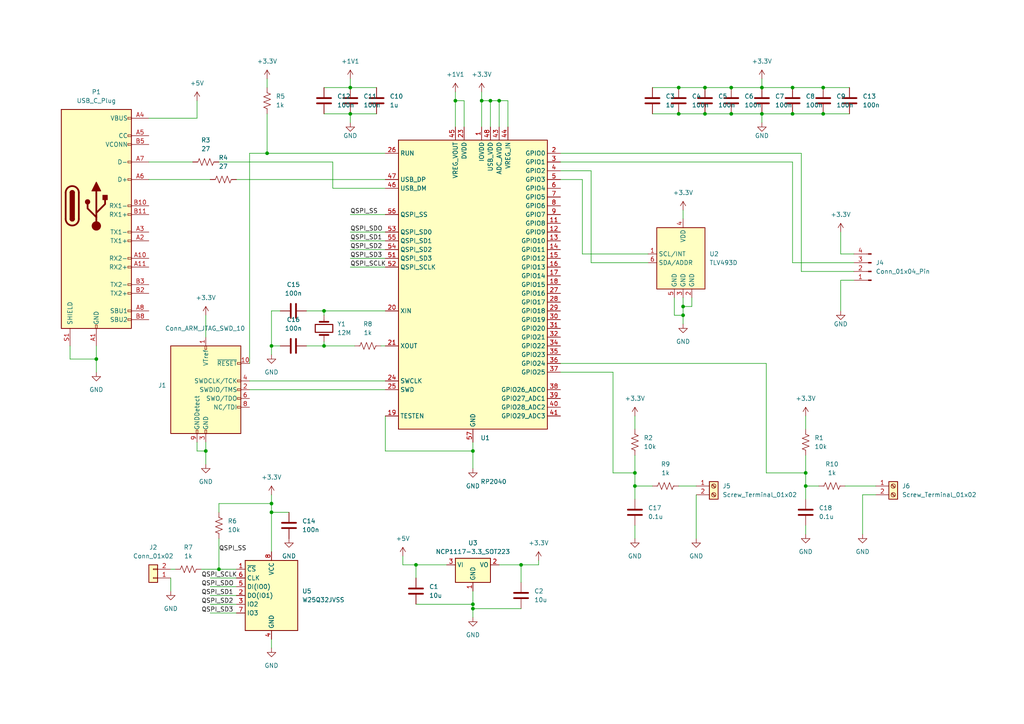
<source format=kicad_sch>
(kicad_sch (version 20230121) (generator eeschema)

  (uuid 3c5ca945-e315-4685-b8c2-2aea1653922a)

  (paper "A4")

  (lib_symbols
    (symbol "Connector:Conn_01x04_Pin" (pin_names (offset 1.016) hide) (in_bom yes) (on_board yes)
      (property "Reference" "J" (at 0 5.08 0)
        (effects (font (size 1.27 1.27)))
      )
      (property "Value" "Conn_01x04_Pin" (at 0 -7.62 0)
        (effects (font (size 1.27 1.27)))
      )
      (property "Footprint" "" (at 0 0 0)
        (effects (font (size 1.27 1.27)) hide)
      )
      (property "Datasheet" "~" (at 0 0 0)
        (effects (font (size 1.27 1.27)) hide)
      )
      (property "ki_locked" "" (at 0 0 0)
        (effects (font (size 1.27 1.27)))
      )
      (property "ki_keywords" "connector" (at 0 0 0)
        (effects (font (size 1.27 1.27)) hide)
      )
      (property "ki_description" "Generic connector, single row, 01x04, script generated" (at 0 0 0)
        (effects (font (size 1.27 1.27)) hide)
      )
      (property "ki_fp_filters" "Connector*:*_1x??_*" (at 0 0 0)
        (effects (font (size 1.27 1.27)) hide)
      )
      (symbol "Conn_01x04_Pin_1_1"
        (polyline
          (pts
            (xy 1.27 -5.08)
            (xy 0.8636 -5.08)
          )
          (stroke (width 0.1524) (type default))
          (fill (type none))
        )
        (polyline
          (pts
            (xy 1.27 -2.54)
            (xy 0.8636 -2.54)
          )
          (stroke (width 0.1524) (type default))
          (fill (type none))
        )
        (polyline
          (pts
            (xy 1.27 0)
            (xy 0.8636 0)
          )
          (stroke (width 0.1524) (type default))
          (fill (type none))
        )
        (polyline
          (pts
            (xy 1.27 2.54)
            (xy 0.8636 2.54)
          )
          (stroke (width 0.1524) (type default))
          (fill (type none))
        )
        (rectangle (start 0.8636 -4.953) (end 0 -5.207)
          (stroke (width 0.1524) (type default))
          (fill (type outline))
        )
        (rectangle (start 0.8636 -2.413) (end 0 -2.667)
          (stroke (width 0.1524) (type default))
          (fill (type outline))
        )
        (rectangle (start 0.8636 0.127) (end 0 -0.127)
          (stroke (width 0.1524) (type default))
          (fill (type outline))
        )
        (rectangle (start 0.8636 2.667) (end 0 2.413)
          (stroke (width 0.1524) (type default))
          (fill (type outline))
        )
        (pin passive line (at 5.08 2.54 180) (length 3.81)
          (name "Pin_1" (effects (font (size 1.27 1.27))))
          (number "1" (effects (font (size 1.27 1.27))))
        )
        (pin passive line (at 5.08 0 180) (length 3.81)
          (name "Pin_2" (effects (font (size 1.27 1.27))))
          (number "2" (effects (font (size 1.27 1.27))))
        )
        (pin passive line (at 5.08 -2.54 180) (length 3.81)
          (name "Pin_3" (effects (font (size 1.27 1.27))))
          (number "3" (effects (font (size 1.27 1.27))))
        )
        (pin passive line (at 5.08 -5.08 180) (length 3.81)
          (name "Pin_4" (effects (font (size 1.27 1.27))))
          (number "4" (effects (font (size 1.27 1.27))))
        )
      )
    )
    (symbol "Connector:Conn_ARM_JTAG_SWD_10" (pin_names (offset 1.016)) (in_bom yes) (on_board yes)
      (property "Reference" "J" (at -2.54 16.51 0)
        (effects (font (size 1.27 1.27)) (justify right))
      )
      (property "Value" "Conn_ARM_JTAG_SWD_10" (at -2.54 13.97 0)
        (effects (font (size 1.27 1.27)) (justify right bottom))
      )
      (property "Footprint" "" (at 0 0 0)
        (effects (font (size 1.27 1.27)) hide)
      )
      (property "Datasheet" "http://infocenter.arm.com/help/topic/com.arm.doc.ddi0314h/DDI0314H_coresight_components_trm.pdf" (at -8.89 -31.75 90)
        (effects (font (size 1.27 1.27)) hide)
      )
      (property "ki_keywords" "Cortex Debug Connector ARM SWD JTAG" (at 0 0 0)
        (effects (font (size 1.27 1.27)) hide)
      )
      (property "ki_description" "Cortex Debug Connector, standard ARM Cortex-M SWD and JTAG interface" (at 0 0 0)
        (effects (font (size 1.27 1.27)) hide)
      )
      (property "ki_fp_filters" "PinHeader?2x05?P1.27mm*" (at 0 0 0)
        (effects (font (size 1.27 1.27)) hide)
      )
      (symbol "Conn_ARM_JTAG_SWD_10_0_1"
        (rectangle (start -10.16 12.7) (end 10.16 -12.7)
          (stroke (width 0.254) (type default))
          (fill (type background))
        )
        (rectangle (start -2.794 -12.7) (end -2.286 -11.684)
          (stroke (width 0) (type default))
          (fill (type none))
        )
        (rectangle (start -0.254 -12.7) (end 0.254 -11.684)
          (stroke (width 0) (type default))
          (fill (type none))
        )
        (rectangle (start -0.254 12.7) (end 0.254 11.684)
          (stroke (width 0) (type default))
          (fill (type none))
        )
        (rectangle (start 9.144 2.286) (end 10.16 2.794)
          (stroke (width 0) (type default))
          (fill (type none))
        )
        (rectangle (start 10.16 -2.794) (end 9.144 -2.286)
          (stroke (width 0) (type default))
          (fill (type none))
        )
        (rectangle (start 10.16 -0.254) (end 9.144 0.254)
          (stroke (width 0) (type default))
          (fill (type none))
        )
        (rectangle (start 10.16 7.874) (end 9.144 7.366)
          (stroke (width 0) (type default))
          (fill (type none))
        )
      )
      (symbol "Conn_ARM_JTAG_SWD_10_1_1"
        (rectangle (start 9.144 -5.334) (end 10.16 -4.826)
          (stroke (width 0) (type default))
          (fill (type none))
        )
        (pin power_in line (at 0 15.24 270) (length 2.54)
          (name "VTref" (effects (font (size 1.27 1.27))))
          (number "1" (effects (font (size 1.27 1.27))))
        )
        (pin open_collector line (at 12.7 7.62 180) (length 2.54)
          (name "~{RESET}" (effects (font (size 1.27 1.27))))
          (number "10" (effects (font (size 1.27 1.27))))
        )
        (pin bidirectional line (at 12.7 0 180) (length 2.54)
          (name "SWDIO/TMS" (effects (font (size 1.27 1.27))))
          (number "2" (effects (font (size 1.27 1.27))))
        )
        (pin power_in line (at 0 -15.24 90) (length 2.54)
          (name "GND" (effects (font (size 1.27 1.27))))
          (number "3" (effects (font (size 1.27 1.27))))
        )
        (pin output line (at 12.7 2.54 180) (length 2.54)
          (name "SWDCLK/TCK" (effects (font (size 1.27 1.27))))
          (number "4" (effects (font (size 1.27 1.27))))
        )
        (pin passive line (at 0 -15.24 90) (length 2.54) hide
          (name "GND" (effects (font (size 1.27 1.27))))
          (number "5" (effects (font (size 1.27 1.27))))
        )
        (pin input line (at 12.7 -2.54 180) (length 2.54)
          (name "SWO/TDO" (effects (font (size 1.27 1.27))))
          (number "6" (effects (font (size 1.27 1.27))))
        )
        (pin no_connect line (at -10.16 0 0) (length 2.54) hide
          (name "KEY" (effects (font (size 1.27 1.27))))
          (number "7" (effects (font (size 1.27 1.27))))
        )
        (pin output line (at 12.7 -5.08 180) (length 2.54)
          (name "NC/TDI" (effects (font (size 1.27 1.27))))
          (number "8" (effects (font (size 1.27 1.27))))
        )
        (pin passive line (at -2.54 -15.24 90) (length 2.54)
          (name "GNDDetect" (effects (font (size 1.27 1.27))))
          (number "9" (effects (font (size 1.27 1.27))))
        )
      )
    )
    (symbol "Connector:Screw_Terminal_01x02" (pin_names (offset 1.016) hide) (in_bom yes) (on_board yes)
      (property "Reference" "J" (at 0 2.54 0)
        (effects (font (size 1.27 1.27)))
      )
      (property "Value" "Screw_Terminal_01x02" (at 0 -5.08 0)
        (effects (font (size 1.27 1.27)))
      )
      (property "Footprint" "" (at 0 0 0)
        (effects (font (size 1.27 1.27)) hide)
      )
      (property "Datasheet" "~" (at 0 0 0)
        (effects (font (size 1.27 1.27)) hide)
      )
      (property "ki_keywords" "screw terminal" (at 0 0 0)
        (effects (font (size 1.27 1.27)) hide)
      )
      (property "ki_description" "Generic screw terminal, single row, 01x02, script generated (kicad-library-utils/schlib/autogen/connector/)" (at 0 0 0)
        (effects (font (size 1.27 1.27)) hide)
      )
      (property "ki_fp_filters" "TerminalBlock*:*" (at 0 0 0)
        (effects (font (size 1.27 1.27)) hide)
      )
      (symbol "Screw_Terminal_01x02_1_1"
        (rectangle (start -1.27 1.27) (end 1.27 -3.81)
          (stroke (width 0.254) (type default))
          (fill (type background))
        )
        (circle (center 0 -2.54) (radius 0.635)
          (stroke (width 0.1524) (type default))
          (fill (type none))
        )
        (polyline
          (pts
            (xy -0.5334 -2.2098)
            (xy 0.3302 -3.048)
          )
          (stroke (width 0.1524) (type default))
          (fill (type none))
        )
        (polyline
          (pts
            (xy -0.5334 0.3302)
            (xy 0.3302 -0.508)
          )
          (stroke (width 0.1524) (type default))
          (fill (type none))
        )
        (polyline
          (pts
            (xy -0.3556 -2.032)
            (xy 0.508 -2.8702)
          )
          (stroke (width 0.1524) (type default))
          (fill (type none))
        )
        (polyline
          (pts
            (xy -0.3556 0.508)
            (xy 0.508 -0.3302)
          )
          (stroke (width 0.1524) (type default))
          (fill (type none))
        )
        (circle (center 0 0) (radius 0.635)
          (stroke (width 0.1524) (type default))
          (fill (type none))
        )
        (pin passive line (at -5.08 0 0) (length 3.81)
          (name "Pin_1" (effects (font (size 1.27 1.27))))
          (number "1" (effects (font (size 1.27 1.27))))
        )
        (pin passive line (at -5.08 -2.54 0) (length 3.81)
          (name "Pin_2" (effects (font (size 1.27 1.27))))
          (number "2" (effects (font (size 1.27 1.27))))
        )
      )
    )
    (symbol "Connector:USB_C_Plug" (pin_names (offset 1.016)) (in_bom yes) (on_board yes)
      (property "Reference" "P" (at -10.16 29.21 0)
        (effects (font (size 1.27 1.27)) (justify left))
      )
      (property "Value" "USB_C_Plug" (at 10.16 29.21 0)
        (effects (font (size 1.27 1.27)) (justify right))
      )
      (property "Footprint" "" (at 3.81 0 0)
        (effects (font (size 1.27 1.27)) hide)
      )
      (property "Datasheet" "https://www.usb.org/sites/default/files/documents/usb_type-c.zip" (at 3.81 0 0)
        (effects (font (size 1.27 1.27)) hide)
      )
      (property "ki_keywords" "usb universal serial bus" (at 0 0 0)
        (effects (font (size 1.27 1.27)) hide)
      )
      (property "ki_description" "USB Type-C Plug connector" (at 0 0 0)
        (effects (font (size 1.27 1.27)) hide)
      )
      (property "ki_fp_filters" "USB*C*Plug*" (at 0 0 0)
        (effects (font (size 1.27 1.27)) hide)
      )
      (symbol "USB_C_Plug_0_0"
        (rectangle (start -0.254 -35.56) (end 0.254 -34.544)
          (stroke (width 0) (type default))
          (fill (type none))
        )
        (rectangle (start 10.16 -32.766) (end 9.144 -33.274)
          (stroke (width 0) (type default))
          (fill (type none))
        )
        (rectangle (start 10.16 -30.226) (end 9.144 -30.734)
          (stroke (width 0) (type default))
          (fill (type none))
        )
        (rectangle (start 10.16 -25.146) (end 9.144 -25.654)
          (stroke (width 0) (type default))
          (fill (type none))
        )
        (rectangle (start 10.16 -22.606) (end 9.144 -23.114)
          (stroke (width 0) (type default))
          (fill (type none))
        )
        (rectangle (start 10.16 -17.526) (end 9.144 -18.034)
          (stroke (width 0) (type default))
          (fill (type none))
        )
        (rectangle (start 10.16 -14.986) (end 9.144 -15.494)
          (stroke (width 0) (type default))
          (fill (type none))
        )
        (rectangle (start 10.16 -9.906) (end 9.144 -10.414)
          (stroke (width 0) (type default))
          (fill (type none))
        )
        (rectangle (start 10.16 -7.366) (end 9.144 -7.874)
          (stroke (width 0) (type default))
          (fill (type none))
        )
        (rectangle (start 10.16 -2.286) (end 9.144 -2.794)
          (stroke (width 0) (type default))
          (fill (type none))
        )
        (rectangle (start 10.16 0.254) (end 9.144 -0.254)
          (stroke (width 0) (type default))
          (fill (type none))
        )
        (rectangle (start 10.16 7.874) (end 9.144 7.366)
          (stroke (width 0) (type default))
          (fill (type none))
        )
        (rectangle (start 10.16 12.954) (end 9.144 12.446)
          (stroke (width 0) (type default))
          (fill (type none))
        )
        (rectangle (start 10.16 18.034) (end 9.144 17.526)
          (stroke (width 0) (type default))
          (fill (type none))
        )
        (rectangle (start 10.16 20.574) (end 9.144 20.066)
          (stroke (width 0) (type default))
          (fill (type none))
        )
        (rectangle (start 10.16 25.654) (end 9.144 25.146)
          (stroke (width 0) (type default))
          (fill (type none))
        )
      )
      (symbol "USB_C_Plug_0_1"
        (rectangle (start -10.16 27.94) (end 10.16 -35.56)
          (stroke (width 0.254) (type default))
          (fill (type background))
        )
        (arc (start -8.89 -3.81) (mid -6.985 -5.7067) (end -5.08 -3.81)
          (stroke (width 0.508) (type default))
          (fill (type none))
        )
        (arc (start -7.62 -3.81) (mid -6.985 -4.4423) (end -6.35 -3.81)
          (stroke (width 0.254) (type default))
          (fill (type none))
        )
        (arc (start -7.62 -3.81) (mid -6.985 -4.4423) (end -6.35 -3.81)
          (stroke (width 0.254) (type default))
          (fill (type outline))
        )
        (rectangle (start -7.62 -3.81) (end -6.35 3.81)
          (stroke (width 0.254) (type default))
          (fill (type outline))
        )
        (arc (start -6.35 3.81) (mid -6.985 4.4423) (end -7.62 3.81)
          (stroke (width 0.254) (type default))
          (fill (type none))
        )
        (arc (start -6.35 3.81) (mid -6.985 4.4423) (end -7.62 3.81)
          (stroke (width 0.254) (type default))
          (fill (type outline))
        )
        (arc (start -5.08 3.81) (mid -6.985 5.7067) (end -8.89 3.81)
          (stroke (width 0.508) (type default))
          (fill (type none))
        )
        (polyline
          (pts
            (xy -8.89 -3.81)
            (xy -8.89 3.81)
          )
          (stroke (width 0.508) (type default))
          (fill (type none))
        )
        (polyline
          (pts
            (xy -5.08 3.81)
            (xy -5.08 -3.81)
          )
          (stroke (width 0.508) (type default))
          (fill (type none))
        )
      )
      (symbol "USB_C_Plug_1_1"
        (circle (center -2.54 1.143) (radius 0.635)
          (stroke (width 0.254) (type default))
          (fill (type outline))
        )
        (circle (center 0 -5.842) (radius 1.27)
          (stroke (width 0) (type default))
          (fill (type outline))
        )
        (polyline
          (pts
            (xy 0 -5.842)
            (xy 0 4.318)
          )
          (stroke (width 0.508) (type default))
          (fill (type none))
        )
        (polyline
          (pts
            (xy 0 -3.302)
            (xy -2.54 -0.762)
            (xy -2.54 0.508)
          )
          (stroke (width 0.508) (type default))
          (fill (type none))
        )
        (polyline
          (pts
            (xy 0 -2.032)
            (xy 2.54 0.508)
            (xy 2.54 1.778)
          )
          (stroke (width 0.508) (type default))
          (fill (type none))
        )
        (polyline
          (pts
            (xy -1.27 4.318)
            (xy 0 6.858)
            (xy 1.27 4.318)
            (xy -1.27 4.318)
          )
          (stroke (width 0.254) (type default))
          (fill (type outline))
        )
        (rectangle (start 1.905 1.778) (end 3.175 3.048)
          (stroke (width 0.254) (type default))
          (fill (type outline))
        )
        (pin passive line (at 0 -40.64 90) (length 5.08)
          (name "GND" (effects (font (size 1.27 1.27))))
          (number "A1" (effects (font (size 1.27 1.27))))
        )
        (pin bidirectional line (at 15.24 -15.24 180) (length 5.08)
          (name "RX2-" (effects (font (size 1.27 1.27))))
          (number "A10" (effects (font (size 1.27 1.27))))
        )
        (pin bidirectional line (at 15.24 -17.78 180) (length 5.08)
          (name "RX2+" (effects (font (size 1.27 1.27))))
          (number "A11" (effects (font (size 1.27 1.27))))
        )
        (pin passive line (at 0 -40.64 90) (length 5.08) hide
          (name "GND" (effects (font (size 1.27 1.27))))
          (number "A12" (effects (font (size 1.27 1.27))))
        )
        (pin bidirectional line (at 15.24 -10.16 180) (length 5.08)
          (name "TX1+" (effects (font (size 1.27 1.27))))
          (number "A2" (effects (font (size 1.27 1.27))))
        )
        (pin bidirectional line (at 15.24 -7.62 180) (length 5.08)
          (name "TX1-" (effects (font (size 1.27 1.27))))
          (number "A3" (effects (font (size 1.27 1.27))))
        )
        (pin passive line (at 15.24 25.4 180) (length 5.08)
          (name "VBUS" (effects (font (size 1.27 1.27))))
          (number "A4" (effects (font (size 1.27 1.27))))
        )
        (pin bidirectional line (at 15.24 20.32 180) (length 5.08)
          (name "CC" (effects (font (size 1.27 1.27))))
          (number "A5" (effects (font (size 1.27 1.27))))
        )
        (pin bidirectional line (at 15.24 7.62 180) (length 5.08)
          (name "D+" (effects (font (size 1.27 1.27))))
          (number "A6" (effects (font (size 1.27 1.27))))
        )
        (pin bidirectional line (at 15.24 12.7 180) (length 5.08)
          (name "D-" (effects (font (size 1.27 1.27))))
          (number "A7" (effects (font (size 1.27 1.27))))
        )
        (pin bidirectional line (at 15.24 -30.48 180) (length 5.08)
          (name "SBU1" (effects (font (size 1.27 1.27))))
          (number "A8" (effects (font (size 1.27 1.27))))
        )
        (pin passive line (at 15.24 25.4 180) (length 5.08) hide
          (name "VBUS" (effects (font (size 1.27 1.27))))
          (number "A9" (effects (font (size 1.27 1.27))))
        )
        (pin passive line (at 0 -40.64 90) (length 5.08) hide
          (name "GND" (effects (font (size 1.27 1.27))))
          (number "B1" (effects (font (size 1.27 1.27))))
        )
        (pin bidirectional line (at 15.24 0 180) (length 5.08)
          (name "RX1-" (effects (font (size 1.27 1.27))))
          (number "B10" (effects (font (size 1.27 1.27))))
        )
        (pin bidirectional line (at 15.24 -2.54 180) (length 5.08)
          (name "RX1+" (effects (font (size 1.27 1.27))))
          (number "B11" (effects (font (size 1.27 1.27))))
        )
        (pin passive line (at 0 -40.64 90) (length 5.08) hide
          (name "GND" (effects (font (size 1.27 1.27))))
          (number "B12" (effects (font (size 1.27 1.27))))
        )
        (pin bidirectional line (at 15.24 -25.4 180) (length 5.08)
          (name "TX2+" (effects (font (size 1.27 1.27))))
          (number "B2" (effects (font (size 1.27 1.27))))
        )
        (pin bidirectional line (at 15.24 -22.86 180) (length 5.08)
          (name "TX2-" (effects (font (size 1.27 1.27))))
          (number "B3" (effects (font (size 1.27 1.27))))
        )
        (pin passive line (at 15.24 25.4 180) (length 5.08) hide
          (name "VBUS" (effects (font (size 1.27 1.27))))
          (number "B4" (effects (font (size 1.27 1.27))))
        )
        (pin bidirectional line (at 15.24 17.78 180) (length 5.08)
          (name "VCONN" (effects (font (size 1.27 1.27))))
          (number "B5" (effects (font (size 1.27 1.27))))
        )
        (pin bidirectional line (at 15.24 -33.02 180) (length 5.08)
          (name "SBU2" (effects (font (size 1.27 1.27))))
          (number "B8" (effects (font (size 1.27 1.27))))
        )
        (pin passive line (at 15.24 25.4 180) (length 5.08) hide
          (name "VBUS" (effects (font (size 1.27 1.27))))
          (number "B9" (effects (font (size 1.27 1.27))))
        )
        (pin passive line (at -7.62 -40.64 90) (length 5.08)
          (name "SHIELD" (effects (font (size 1.27 1.27))))
          (number "S1" (effects (font (size 1.27 1.27))))
        )
      )
    )
    (symbol "Connector_Generic:Conn_01x02" (pin_names (offset 1.016) hide) (in_bom yes) (on_board yes)
      (property "Reference" "J" (at 0 2.54 0)
        (effects (font (size 1.27 1.27)))
      )
      (property "Value" "Conn_01x02" (at 0 -5.08 0)
        (effects (font (size 1.27 1.27)))
      )
      (property "Footprint" "" (at 0 0 0)
        (effects (font (size 1.27 1.27)) hide)
      )
      (property "Datasheet" "~" (at 0 0 0)
        (effects (font (size 1.27 1.27)) hide)
      )
      (property "ki_keywords" "connector" (at 0 0 0)
        (effects (font (size 1.27 1.27)) hide)
      )
      (property "ki_description" "Generic connector, single row, 01x02, script generated (kicad-library-utils/schlib/autogen/connector/)" (at 0 0 0)
        (effects (font (size 1.27 1.27)) hide)
      )
      (property "ki_fp_filters" "Connector*:*_1x??_*" (at 0 0 0)
        (effects (font (size 1.27 1.27)) hide)
      )
      (symbol "Conn_01x02_1_1"
        (rectangle (start -1.27 -2.413) (end 0 -2.667)
          (stroke (width 0.1524) (type default))
          (fill (type none))
        )
        (rectangle (start -1.27 0.127) (end 0 -0.127)
          (stroke (width 0.1524) (type default))
          (fill (type none))
        )
        (rectangle (start -1.27 1.27) (end 1.27 -3.81)
          (stroke (width 0.254) (type default))
          (fill (type background))
        )
        (pin passive line (at -5.08 0 0) (length 3.81)
          (name "Pin_1" (effects (font (size 1.27 1.27))))
          (number "1" (effects (font (size 1.27 1.27))))
        )
        (pin passive line (at -5.08 -2.54 0) (length 3.81)
          (name "Pin_2" (effects (font (size 1.27 1.27))))
          (number "2" (effects (font (size 1.27 1.27))))
        )
      )
    )
    (symbol "Device:C" (pin_numbers hide) (pin_names (offset 0.254)) (in_bom yes) (on_board yes)
      (property "Reference" "C" (at 0.635 2.54 0)
        (effects (font (size 1.27 1.27)) (justify left))
      )
      (property "Value" "C" (at 0.635 -2.54 0)
        (effects (font (size 1.27 1.27)) (justify left))
      )
      (property "Footprint" "" (at 0.9652 -3.81 0)
        (effects (font (size 1.27 1.27)) hide)
      )
      (property "Datasheet" "~" (at 0 0 0)
        (effects (font (size 1.27 1.27)) hide)
      )
      (property "ki_keywords" "cap capacitor" (at 0 0 0)
        (effects (font (size 1.27 1.27)) hide)
      )
      (property "ki_description" "Unpolarized capacitor" (at 0 0 0)
        (effects (font (size 1.27 1.27)) hide)
      )
      (property "ki_fp_filters" "C_*" (at 0 0 0)
        (effects (font (size 1.27 1.27)) hide)
      )
      (symbol "C_0_1"
        (polyline
          (pts
            (xy -2.032 -0.762)
            (xy 2.032 -0.762)
          )
          (stroke (width 0.508) (type default))
          (fill (type none))
        )
        (polyline
          (pts
            (xy -2.032 0.762)
            (xy 2.032 0.762)
          )
          (stroke (width 0.508) (type default))
          (fill (type none))
        )
      )
      (symbol "C_1_1"
        (pin passive line (at 0 3.81 270) (length 2.794)
          (name "~" (effects (font (size 1.27 1.27))))
          (number "1" (effects (font (size 1.27 1.27))))
        )
        (pin passive line (at 0 -3.81 90) (length 2.794)
          (name "~" (effects (font (size 1.27 1.27))))
          (number "2" (effects (font (size 1.27 1.27))))
        )
      )
    )
    (symbol "Device:Crystal" (pin_numbers hide) (pin_names (offset 1.016) hide) (in_bom yes) (on_board yes)
      (property "Reference" "Y" (at 0 3.81 0)
        (effects (font (size 1.27 1.27)))
      )
      (property "Value" "Crystal" (at 0 -3.81 0)
        (effects (font (size 1.27 1.27)))
      )
      (property "Footprint" "" (at 0 0 0)
        (effects (font (size 1.27 1.27)) hide)
      )
      (property "Datasheet" "~" (at 0 0 0)
        (effects (font (size 1.27 1.27)) hide)
      )
      (property "ki_keywords" "quartz ceramic resonator oscillator" (at 0 0 0)
        (effects (font (size 1.27 1.27)) hide)
      )
      (property "ki_description" "Two pin crystal" (at 0 0 0)
        (effects (font (size 1.27 1.27)) hide)
      )
      (property "ki_fp_filters" "Crystal*" (at 0 0 0)
        (effects (font (size 1.27 1.27)) hide)
      )
      (symbol "Crystal_0_1"
        (rectangle (start -1.143 2.54) (end 1.143 -2.54)
          (stroke (width 0.3048) (type default))
          (fill (type none))
        )
        (polyline
          (pts
            (xy -2.54 0)
            (xy -1.905 0)
          )
          (stroke (width 0) (type default))
          (fill (type none))
        )
        (polyline
          (pts
            (xy -1.905 -1.27)
            (xy -1.905 1.27)
          )
          (stroke (width 0.508) (type default))
          (fill (type none))
        )
        (polyline
          (pts
            (xy 1.905 -1.27)
            (xy 1.905 1.27)
          )
          (stroke (width 0.508) (type default))
          (fill (type none))
        )
        (polyline
          (pts
            (xy 2.54 0)
            (xy 1.905 0)
          )
          (stroke (width 0) (type default))
          (fill (type none))
        )
      )
      (symbol "Crystal_1_1"
        (pin passive line (at -3.81 0 0) (length 1.27)
          (name "1" (effects (font (size 1.27 1.27))))
          (number "1" (effects (font (size 1.27 1.27))))
        )
        (pin passive line (at 3.81 0 180) (length 1.27)
          (name "2" (effects (font (size 1.27 1.27))))
          (number "2" (effects (font (size 1.27 1.27))))
        )
      )
    )
    (symbol "Device:R_US" (pin_numbers hide) (pin_names (offset 0)) (in_bom yes) (on_board yes)
      (property "Reference" "R" (at 2.54 0 90)
        (effects (font (size 1.27 1.27)))
      )
      (property "Value" "R_US" (at -2.54 0 90)
        (effects (font (size 1.27 1.27)))
      )
      (property "Footprint" "" (at 1.016 -0.254 90)
        (effects (font (size 1.27 1.27)) hide)
      )
      (property "Datasheet" "~" (at 0 0 0)
        (effects (font (size 1.27 1.27)) hide)
      )
      (property "ki_keywords" "R res resistor" (at 0 0 0)
        (effects (font (size 1.27 1.27)) hide)
      )
      (property "ki_description" "Resistor, US symbol" (at 0 0 0)
        (effects (font (size 1.27 1.27)) hide)
      )
      (property "ki_fp_filters" "R_*" (at 0 0 0)
        (effects (font (size 1.27 1.27)) hide)
      )
      (symbol "R_US_0_1"
        (polyline
          (pts
            (xy 0 -2.286)
            (xy 0 -2.54)
          )
          (stroke (width 0) (type default))
          (fill (type none))
        )
        (polyline
          (pts
            (xy 0 2.286)
            (xy 0 2.54)
          )
          (stroke (width 0) (type default))
          (fill (type none))
        )
        (polyline
          (pts
            (xy 0 -0.762)
            (xy 1.016 -1.143)
            (xy 0 -1.524)
            (xy -1.016 -1.905)
            (xy 0 -2.286)
          )
          (stroke (width 0) (type default))
          (fill (type none))
        )
        (polyline
          (pts
            (xy 0 0.762)
            (xy 1.016 0.381)
            (xy 0 0)
            (xy -1.016 -0.381)
            (xy 0 -0.762)
          )
          (stroke (width 0) (type default))
          (fill (type none))
        )
        (polyline
          (pts
            (xy 0 2.286)
            (xy 1.016 1.905)
            (xy 0 1.524)
            (xy -1.016 1.143)
            (xy 0 0.762)
          )
          (stroke (width 0) (type default))
          (fill (type none))
        )
      )
      (symbol "R_US_1_1"
        (pin passive line (at 0 3.81 270) (length 1.27)
          (name "~" (effects (font (size 1.27 1.27))))
          (number "1" (effects (font (size 1.27 1.27))))
        )
        (pin passive line (at 0 -3.81 90) (length 1.27)
          (name "~" (effects (font (size 1.27 1.27))))
          (number "2" (effects (font (size 1.27 1.27))))
        )
      )
    )
    (symbol "MCU_RaspberryPi:RP2040" (in_bom yes) (on_board yes)
      (property "Reference" "U" (at 17.78 45.72 0)
        (effects (font (size 1.27 1.27)))
      )
      (property "Value" "RP2040" (at 17.78 43.18 0)
        (effects (font (size 1.27 1.27)))
      )
      (property "Footprint" "Package_DFN_QFN:QFN-56-1EP_7x7mm_P0.4mm_EP3.2x3.2mm" (at 0 0 0)
        (effects (font (size 1.27 1.27)) hide)
      )
      (property "Datasheet" "https://datasheets.raspberrypi.com/rp2040/rp2040-datasheet.pdf" (at 0 0 0)
        (effects (font (size 1.27 1.27)) hide)
      )
      (property "ki_keywords" "RP2040 ARM Cortex-M0+ USB" (at 0 0 0)
        (effects (font (size 1.27 1.27)) hide)
      )
      (property "ki_description" "A microcontroller by Raspberry Pi" (at 0 0 0)
        (effects (font (size 1.27 1.27)) hide)
      )
      (property "ki_fp_filters" "QFN*1EP*7x7mm?P0.4mm*" (at 0 0 0)
        (effects (font (size 1.27 1.27)) hide)
      )
      (symbol "RP2040_0_1"
        (rectangle (start -21.59 41.91) (end 21.59 -41.91)
          (stroke (width 0.254) (type default))
          (fill (type background))
        )
      )
      (symbol "RP2040_1_1"
        (pin power_in line (at 2.54 45.72 270) (length 3.81)
          (name "IOVDD" (effects (font (size 1.27 1.27))))
          (number "1" (effects (font (size 1.27 1.27))))
        )
        (pin passive line (at 2.54 45.72 270) (length 3.81) hide
          (name "IOVDD" (effects (font (size 1.27 1.27))))
          (number "10" (effects (font (size 1.27 1.27))))
        )
        (pin bidirectional line (at 25.4 17.78 180) (length 3.81)
          (name "GPIO8" (effects (font (size 1.27 1.27))))
          (number "11" (effects (font (size 1.27 1.27))))
        )
        (pin bidirectional line (at 25.4 15.24 180) (length 3.81)
          (name "GPIO9" (effects (font (size 1.27 1.27))))
          (number "12" (effects (font (size 1.27 1.27))))
        )
        (pin bidirectional line (at 25.4 12.7 180) (length 3.81)
          (name "GPIO10" (effects (font (size 1.27 1.27))))
          (number "13" (effects (font (size 1.27 1.27))))
        )
        (pin bidirectional line (at 25.4 10.16 180) (length 3.81)
          (name "GPIO11" (effects (font (size 1.27 1.27))))
          (number "14" (effects (font (size 1.27 1.27))))
        )
        (pin bidirectional line (at 25.4 7.62 180) (length 3.81)
          (name "GPIO12" (effects (font (size 1.27 1.27))))
          (number "15" (effects (font (size 1.27 1.27))))
        )
        (pin bidirectional line (at 25.4 5.08 180) (length 3.81)
          (name "GPIO13" (effects (font (size 1.27 1.27))))
          (number "16" (effects (font (size 1.27 1.27))))
        )
        (pin bidirectional line (at 25.4 2.54 180) (length 3.81)
          (name "GPIO14" (effects (font (size 1.27 1.27))))
          (number "17" (effects (font (size 1.27 1.27))))
        )
        (pin bidirectional line (at 25.4 0 180) (length 3.81)
          (name "GPIO15" (effects (font (size 1.27 1.27))))
          (number "18" (effects (font (size 1.27 1.27))))
        )
        (pin input line (at -25.4 -38.1 0) (length 3.81)
          (name "TESTEN" (effects (font (size 1.27 1.27))))
          (number "19" (effects (font (size 1.27 1.27))))
        )
        (pin bidirectional line (at 25.4 38.1 180) (length 3.81)
          (name "GPIO0" (effects (font (size 1.27 1.27))))
          (number "2" (effects (font (size 1.27 1.27))))
        )
        (pin input line (at -25.4 -7.62 0) (length 3.81)
          (name "XIN" (effects (font (size 1.27 1.27))))
          (number "20" (effects (font (size 1.27 1.27))))
        )
        (pin passive line (at -25.4 -17.78 0) (length 3.81)
          (name "XOUT" (effects (font (size 1.27 1.27))))
          (number "21" (effects (font (size 1.27 1.27))))
        )
        (pin passive line (at 2.54 45.72 270) (length 3.81) hide
          (name "IOVDD" (effects (font (size 1.27 1.27))))
          (number "22" (effects (font (size 1.27 1.27))))
        )
        (pin power_in line (at -2.54 45.72 270) (length 3.81)
          (name "DVDD" (effects (font (size 1.27 1.27))))
          (number "23" (effects (font (size 1.27 1.27))))
        )
        (pin input line (at -25.4 -27.94 0) (length 3.81)
          (name "SWCLK" (effects (font (size 1.27 1.27))))
          (number "24" (effects (font (size 1.27 1.27))))
        )
        (pin bidirectional line (at -25.4 -30.48 0) (length 3.81)
          (name "SWD" (effects (font (size 1.27 1.27))))
          (number "25" (effects (font (size 1.27 1.27))))
        )
        (pin input line (at -25.4 38.1 0) (length 3.81)
          (name "RUN" (effects (font (size 1.27 1.27))))
          (number "26" (effects (font (size 1.27 1.27))))
        )
        (pin bidirectional line (at 25.4 -2.54 180) (length 3.81)
          (name "GPIO16" (effects (font (size 1.27 1.27))))
          (number "27" (effects (font (size 1.27 1.27))))
        )
        (pin bidirectional line (at 25.4 -5.08 180) (length 3.81)
          (name "GPIO17" (effects (font (size 1.27 1.27))))
          (number "28" (effects (font (size 1.27 1.27))))
        )
        (pin bidirectional line (at 25.4 -7.62 180) (length 3.81)
          (name "GPIO18" (effects (font (size 1.27 1.27))))
          (number "29" (effects (font (size 1.27 1.27))))
        )
        (pin bidirectional line (at 25.4 35.56 180) (length 3.81)
          (name "GPIO1" (effects (font (size 1.27 1.27))))
          (number "3" (effects (font (size 1.27 1.27))))
        )
        (pin bidirectional line (at 25.4 -10.16 180) (length 3.81)
          (name "GPIO19" (effects (font (size 1.27 1.27))))
          (number "30" (effects (font (size 1.27 1.27))))
        )
        (pin bidirectional line (at 25.4 -12.7 180) (length 3.81)
          (name "GPIO20" (effects (font (size 1.27 1.27))))
          (number "31" (effects (font (size 1.27 1.27))))
        )
        (pin bidirectional line (at 25.4 -15.24 180) (length 3.81)
          (name "GPIO21" (effects (font (size 1.27 1.27))))
          (number "32" (effects (font (size 1.27 1.27))))
        )
        (pin passive line (at 2.54 45.72 270) (length 3.81) hide
          (name "IOVDD" (effects (font (size 1.27 1.27))))
          (number "33" (effects (font (size 1.27 1.27))))
        )
        (pin bidirectional line (at 25.4 -17.78 180) (length 3.81)
          (name "GPIO22" (effects (font (size 1.27 1.27))))
          (number "34" (effects (font (size 1.27 1.27))))
        )
        (pin bidirectional line (at 25.4 -20.32 180) (length 3.81)
          (name "GPIO23" (effects (font (size 1.27 1.27))))
          (number "35" (effects (font (size 1.27 1.27))))
        )
        (pin bidirectional line (at 25.4 -22.86 180) (length 3.81)
          (name "GPIO24" (effects (font (size 1.27 1.27))))
          (number "36" (effects (font (size 1.27 1.27))))
        )
        (pin bidirectional line (at 25.4 -25.4 180) (length 3.81)
          (name "GPIO25" (effects (font (size 1.27 1.27))))
          (number "37" (effects (font (size 1.27 1.27))))
        )
        (pin bidirectional line (at 25.4 -30.48 180) (length 3.81)
          (name "GPIO26_ADC0" (effects (font (size 1.27 1.27))))
          (number "38" (effects (font (size 1.27 1.27))))
        )
        (pin bidirectional line (at 25.4 -33.02 180) (length 3.81)
          (name "GPIO27_ADC1" (effects (font (size 1.27 1.27))))
          (number "39" (effects (font (size 1.27 1.27))))
        )
        (pin bidirectional line (at 25.4 33.02 180) (length 3.81)
          (name "GPIO2" (effects (font (size 1.27 1.27))))
          (number "4" (effects (font (size 1.27 1.27))))
        )
        (pin bidirectional line (at 25.4 -35.56 180) (length 3.81)
          (name "GPIO28_ADC2" (effects (font (size 1.27 1.27))))
          (number "40" (effects (font (size 1.27 1.27))))
        )
        (pin bidirectional line (at 25.4 -38.1 180) (length 3.81)
          (name "GPIO29_ADC3" (effects (font (size 1.27 1.27))))
          (number "41" (effects (font (size 1.27 1.27))))
        )
        (pin passive line (at 2.54 45.72 270) (length 3.81) hide
          (name "IOVDD" (effects (font (size 1.27 1.27))))
          (number "42" (effects (font (size 1.27 1.27))))
        )
        (pin power_in line (at 7.62 45.72 270) (length 3.81)
          (name "ADC_AVDD" (effects (font (size 1.27 1.27))))
          (number "43" (effects (font (size 1.27 1.27))))
        )
        (pin power_in line (at 10.16 45.72 270) (length 3.81)
          (name "VREG_IN" (effects (font (size 1.27 1.27))))
          (number "44" (effects (font (size 1.27 1.27))))
        )
        (pin power_out line (at -5.08 45.72 270) (length 3.81)
          (name "VREG_VOUT" (effects (font (size 1.27 1.27))))
          (number "45" (effects (font (size 1.27 1.27))))
        )
        (pin bidirectional line (at -25.4 27.94 0) (length 3.81)
          (name "USB_DM" (effects (font (size 1.27 1.27))))
          (number "46" (effects (font (size 1.27 1.27))))
        )
        (pin bidirectional line (at -25.4 30.48 0) (length 3.81)
          (name "USB_DP" (effects (font (size 1.27 1.27))))
          (number "47" (effects (font (size 1.27 1.27))))
        )
        (pin power_in line (at 5.08 45.72 270) (length 3.81)
          (name "USB_VDD" (effects (font (size 1.27 1.27))))
          (number "48" (effects (font (size 1.27 1.27))))
        )
        (pin passive line (at 2.54 45.72 270) (length 3.81) hide
          (name "IOVDD" (effects (font (size 1.27 1.27))))
          (number "49" (effects (font (size 1.27 1.27))))
        )
        (pin bidirectional line (at 25.4 30.48 180) (length 3.81)
          (name "GPIO3" (effects (font (size 1.27 1.27))))
          (number "5" (effects (font (size 1.27 1.27))))
        )
        (pin passive line (at -2.54 45.72 270) (length 3.81) hide
          (name "DVDD" (effects (font (size 1.27 1.27))))
          (number "50" (effects (font (size 1.27 1.27))))
        )
        (pin bidirectional line (at -25.4 7.62 0) (length 3.81)
          (name "QSPI_SD3" (effects (font (size 1.27 1.27))))
          (number "51" (effects (font (size 1.27 1.27))))
        )
        (pin output line (at -25.4 5.08 0) (length 3.81)
          (name "QSPI_SCLK" (effects (font (size 1.27 1.27))))
          (number "52" (effects (font (size 1.27 1.27))))
        )
        (pin bidirectional line (at -25.4 15.24 0) (length 3.81)
          (name "QSPI_SD0" (effects (font (size 1.27 1.27))))
          (number "53" (effects (font (size 1.27 1.27))))
        )
        (pin bidirectional line (at -25.4 10.16 0) (length 3.81)
          (name "QSPI_SD2" (effects (font (size 1.27 1.27))))
          (number "54" (effects (font (size 1.27 1.27))))
        )
        (pin bidirectional line (at -25.4 12.7 0) (length 3.81)
          (name "QSPI_SD1" (effects (font (size 1.27 1.27))))
          (number "55" (effects (font (size 1.27 1.27))))
        )
        (pin bidirectional line (at -25.4 20.32 0) (length 3.81)
          (name "QSPI_SS" (effects (font (size 1.27 1.27))))
          (number "56" (effects (font (size 1.27 1.27))))
        )
        (pin power_in line (at 0 -45.72 90) (length 3.81)
          (name "GND" (effects (font (size 1.27 1.27))))
          (number "57" (effects (font (size 1.27 1.27))))
        )
        (pin bidirectional line (at 25.4 27.94 180) (length 3.81)
          (name "GPIO4" (effects (font (size 1.27 1.27))))
          (number "6" (effects (font (size 1.27 1.27))))
        )
        (pin bidirectional line (at 25.4 25.4 180) (length 3.81)
          (name "GPIO5" (effects (font (size 1.27 1.27))))
          (number "7" (effects (font (size 1.27 1.27))))
        )
        (pin bidirectional line (at 25.4 22.86 180) (length 3.81)
          (name "GPIO6" (effects (font (size 1.27 1.27))))
          (number "8" (effects (font (size 1.27 1.27))))
        )
        (pin bidirectional line (at 25.4 20.32 180) (length 3.81)
          (name "GPIO7" (effects (font (size 1.27 1.27))))
          (number "9" (effects (font (size 1.27 1.27))))
        )
      )
    )
    (symbol "Memory_Flash:W25Q32JVSS" (in_bom yes) (on_board yes)
      (property "Reference" "U" (at -6.35 11.43 0)
        (effects (font (size 1.27 1.27)))
      )
      (property "Value" "W25Q32JVSS" (at 7.62 11.43 0)
        (effects (font (size 1.27 1.27)))
      )
      (property "Footprint" "Package_SO:SOIC-8_5.23x5.23mm_P1.27mm" (at 0 0 0)
        (effects (font (size 1.27 1.27)) hide)
      )
      (property "Datasheet" "http://www.winbond.com/resource-files/w25q32jv%20revg%2003272018%20plus.pdf" (at 0 0 0)
        (effects (font (size 1.27 1.27)) hide)
      )
      (property "ki_keywords" "flash memory SPI" (at 0 0 0)
        (effects (font (size 1.27 1.27)) hide)
      )
      (property "ki_description" "32Mb Serial Flash Memory, Standard/Dual/Quad SPI, SOIC-8" (at 0 0 0)
        (effects (font (size 1.27 1.27)) hide)
      )
      (property "ki_fp_filters" "SOIC*5.23x5.23mm*P1.27mm*" (at 0 0 0)
        (effects (font (size 1.27 1.27)) hide)
      )
      (symbol "W25Q32JVSS_0_1"
        (rectangle (start -7.62 10.16) (end 7.62 -10.16)
          (stroke (width 0.254) (type default))
          (fill (type background))
        )
      )
      (symbol "W25Q32JVSS_1_1"
        (pin input line (at -10.16 7.62 0) (length 2.54)
          (name "~{CS}" (effects (font (size 1.27 1.27))))
          (number "1" (effects (font (size 1.27 1.27))))
        )
        (pin bidirectional line (at -10.16 0 0) (length 2.54)
          (name "DO(IO1)" (effects (font (size 1.27 1.27))))
          (number "2" (effects (font (size 1.27 1.27))))
        )
        (pin bidirectional line (at -10.16 -2.54 0) (length 2.54)
          (name "IO2" (effects (font (size 1.27 1.27))))
          (number "3" (effects (font (size 1.27 1.27))))
        )
        (pin power_in line (at 0 -12.7 90) (length 2.54)
          (name "GND" (effects (font (size 1.27 1.27))))
          (number "4" (effects (font (size 1.27 1.27))))
        )
        (pin bidirectional line (at -10.16 2.54 0) (length 2.54)
          (name "DI(IO0)" (effects (font (size 1.27 1.27))))
          (number "5" (effects (font (size 1.27 1.27))))
        )
        (pin input line (at -10.16 5.08 0) (length 2.54)
          (name "CLK" (effects (font (size 1.27 1.27))))
          (number "6" (effects (font (size 1.27 1.27))))
        )
        (pin bidirectional line (at -10.16 -5.08 0) (length 2.54)
          (name "IO3" (effects (font (size 1.27 1.27))))
          (number "7" (effects (font (size 1.27 1.27))))
        )
        (pin power_in line (at 0 12.7 270) (length 2.54)
          (name "VCC" (effects (font (size 1.27 1.27))))
          (number "8" (effects (font (size 1.27 1.27))))
        )
      )
    )
    (symbol "Regulator_Linear:NCP1117-3.3_SOT223" (in_bom yes) (on_board yes)
      (property "Reference" "U" (at -3.81 3.175 0)
        (effects (font (size 1.27 1.27)))
      )
      (property "Value" "NCP1117-3.3_SOT223" (at 0 3.175 0)
        (effects (font (size 1.27 1.27)) (justify left))
      )
      (property "Footprint" "Package_TO_SOT_SMD:SOT-223-3_TabPin2" (at 0 5.08 0)
        (effects (font (size 1.27 1.27)) hide)
      )
      (property "Datasheet" "http://www.onsemi.com/pub_link/Collateral/NCP1117-D.PDF" (at 2.54 -6.35 0)
        (effects (font (size 1.27 1.27)) hide)
      )
      (property "ki_keywords" "REGULATOR LDO 3.3V" (at 0 0 0)
        (effects (font (size 1.27 1.27)) hide)
      )
      (property "ki_description" "1A Low drop-out regulator, Fixed Output 3.3V, SOT-223" (at 0 0 0)
        (effects (font (size 1.27 1.27)) hide)
      )
      (property "ki_fp_filters" "SOT?223*TabPin2*" (at 0 0 0)
        (effects (font (size 1.27 1.27)) hide)
      )
      (symbol "NCP1117-3.3_SOT223_0_1"
        (rectangle (start -5.08 -5.08) (end 5.08 1.905)
          (stroke (width 0.254) (type default))
          (fill (type background))
        )
      )
      (symbol "NCP1117-3.3_SOT223_1_1"
        (pin power_in line (at 0 -7.62 90) (length 2.54)
          (name "GND" (effects (font (size 1.27 1.27))))
          (number "1" (effects (font (size 1.27 1.27))))
        )
        (pin power_out line (at 7.62 0 180) (length 2.54)
          (name "VO" (effects (font (size 1.27 1.27))))
          (number "2" (effects (font (size 1.27 1.27))))
        )
        (pin power_in line (at -7.62 0 0) (length 2.54)
          (name "VI" (effects (font (size 1.27 1.27))))
          (number "3" (effects (font (size 1.27 1.27))))
        )
      )
    )
    (symbol "Sensor_Magnetic:TLV493D" (in_bom yes) (on_board yes)
      (property "Reference" "U" (at -6.35 11.43 0)
        (effects (font (size 1.27 1.27)))
      )
      (property "Value" "TLV493D" (at 5.08 11.43 0)
        (effects (font (size 1.27 1.27)))
      )
      (property "Footprint" "Package_TO_SOT_SMD:SOT-23-6" (at -1.27 -12.7 0)
        (effects (font (size 1.27 1.27)) hide)
      )
      (property "Datasheet" "http://www.infineon.com/dgdl/Infineon-TLV493D-A1B6-DS-v01_00-EN.pdf?fileId=5546d462525dbac40152a6b85c760e80" (at -3.81 12.7 0)
        (effects (font (size 1.27 1.27)) hide)
      )
      (property "ki_keywords" "magnetic field i2c" (at 0 0 0)
        (effects (font (size 1.27 1.27)) hide)
      )
      (property "ki_description" "Low power 3D magnetic sensor, I2C interface, SOT-23-6" (at 0 0 0)
        (effects (font (size 1.27 1.27)) hide)
      )
      (property "ki_fp_filters" "SOT?23*" (at 0 0 0)
        (effects (font (size 1.27 1.27)) hide)
      )
      (symbol "TLV493D_0_1"
        (rectangle (start -7.62 10.16) (end 6.35 -7.62)
          (stroke (width 0.254) (type default))
          (fill (type background))
        )
      )
      (symbol "TLV493D_1_1"
        (pin bidirectional line (at -10.16 2.54 0) (length 2.54)
          (name "SCL/INT" (effects (font (size 1.27 1.27))))
          (number "1" (effects (font (size 1.27 1.27))))
        )
        (pin power_in line (at 2.54 -10.16 90) (length 2.54)
          (name "GND" (effects (font (size 1.27 1.27))))
          (number "2" (effects (font (size 1.27 1.27))))
        )
        (pin power_in line (at 0 -10.16 90) (length 2.54)
          (name "GND" (effects (font (size 1.27 1.27))))
          (number "3" (effects (font (size 1.27 1.27))))
        )
        (pin power_in line (at 0 12.7 270) (length 2.54)
          (name "VDD" (effects (font (size 1.27 1.27))))
          (number "4" (effects (font (size 1.27 1.27))))
        )
        (pin power_in line (at -2.54 -10.16 90) (length 2.54)
          (name "GND" (effects (font (size 1.27 1.27))))
          (number "5" (effects (font (size 1.27 1.27))))
        )
        (pin bidirectional line (at -10.16 0 0) (length 2.54)
          (name "SDA/ADDR" (effects (font (size 1.27 1.27))))
          (number "6" (effects (font (size 1.27 1.27))))
        )
      )
    )
    (symbol "power:+1V1" (power) (pin_names (offset 0)) (in_bom yes) (on_board yes)
      (property "Reference" "#PWR" (at 0 -3.81 0)
        (effects (font (size 1.27 1.27)) hide)
      )
      (property "Value" "+1V1" (at 0 3.556 0)
        (effects (font (size 1.27 1.27)))
      )
      (property "Footprint" "" (at 0 0 0)
        (effects (font (size 1.27 1.27)) hide)
      )
      (property "Datasheet" "" (at 0 0 0)
        (effects (font (size 1.27 1.27)) hide)
      )
      (property "ki_keywords" "global power" (at 0 0 0)
        (effects (font (size 1.27 1.27)) hide)
      )
      (property "ki_description" "Power symbol creates a global label with name \"+1V1\"" (at 0 0 0)
        (effects (font (size 1.27 1.27)) hide)
      )
      (symbol "+1V1_0_1"
        (polyline
          (pts
            (xy -0.762 1.27)
            (xy 0 2.54)
          )
          (stroke (width 0) (type default))
          (fill (type none))
        )
        (polyline
          (pts
            (xy 0 0)
            (xy 0 2.54)
          )
          (stroke (width 0) (type default))
          (fill (type none))
        )
        (polyline
          (pts
            (xy 0 2.54)
            (xy 0.762 1.27)
          )
          (stroke (width 0) (type default))
          (fill (type none))
        )
      )
      (symbol "+1V1_1_1"
        (pin power_in line (at 0 0 90) (length 0) hide
          (name "+1V1" (effects (font (size 1.27 1.27))))
          (number "1" (effects (font (size 1.27 1.27))))
        )
      )
    )
    (symbol "power:+3.3V" (power) (pin_names (offset 0)) (in_bom yes) (on_board yes)
      (property "Reference" "#PWR" (at 0 -3.81 0)
        (effects (font (size 1.27 1.27)) hide)
      )
      (property "Value" "+3.3V" (at 0 3.556 0)
        (effects (font (size 1.27 1.27)))
      )
      (property "Footprint" "" (at 0 0 0)
        (effects (font (size 1.27 1.27)) hide)
      )
      (property "Datasheet" "" (at 0 0 0)
        (effects (font (size 1.27 1.27)) hide)
      )
      (property "ki_keywords" "global power" (at 0 0 0)
        (effects (font (size 1.27 1.27)) hide)
      )
      (property "ki_description" "Power symbol creates a global label with name \"+3.3V\"" (at 0 0 0)
        (effects (font (size 1.27 1.27)) hide)
      )
      (symbol "+3.3V_0_1"
        (polyline
          (pts
            (xy -0.762 1.27)
            (xy 0 2.54)
          )
          (stroke (width 0) (type default))
          (fill (type none))
        )
        (polyline
          (pts
            (xy 0 0)
            (xy 0 2.54)
          )
          (stroke (width 0) (type default))
          (fill (type none))
        )
        (polyline
          (pts
            (xy 0 2.54)
            (xy 0.762 1.27)
          )
          (stroke (width 0) (type default))
          (fill (type none))
        )
      )
      (symbol "+3.3V_1_1"
        (pin power_in line (at 0 0 90) (length 0) hide
          (name "+3.3V" (effects (font (size 1.27 1.27))))
          (number "1" (effects (font (size 1.27 1.27))))
        )
      )
    )
    (symbol "power:+5V" (power) (pin_names (offset 0)) (in_bom yes) (on_board yes)
      (property "Reference" "#PWR" (at 0 -3.81 0)
        (effects (font (size 1.27 1.27)) hide)
      )
      (property "Value" "+5V" (at 0 3.556 0)
        (effects (font (size 1.27 1.27)))
      )
      (property "Footprint" "" (at 0 0 0)
        (effects (font (size 1.27 1.27)) hide)
      )
      (property "Datasheet" "" (at 0 0 0)
        (effects (font (size 1.27 1.27)) hide)
      )
      (property "ki_keywords" "global power" (at 0 0 0)
        (effects (font (size 1.27 1.27)) hide)
      )
      (property "ki_description" "Power symbol creates a global label with name \"+5V\"" (at 0 0 0)
        (effects (font (size 1.27 1.27)) hide)
      )
      (symbol "+5V_0_1"
        (polyline
          (pts
            (xy -0.762 1.27)
            (xy 0 2.54)
          )
          (stroke (width 0) (type default))
          (fill (type none))
        )
        (polyline
          (pts
            (xy 0 0)
            (xy 0 2.54)
          )
          (stroke (width 0) (type default))
          (fill (type none))
        )
        (polyline
          (pts
            (xy 0 2.54)
            (xy 0.762 1.27)
          )
          (stroke (width 0) (type default))
          (fill (type none))
        )
      )
      (symbol "+5V_1_1"
        (pin power_in line (at 0 0 90) (length 0) hide
          (name "+5V" (effects (font (size 1.27 1.27))))
          (number "1" (effects (font (size 1.27 1.27))))
        )
      )
    )
    (symbol "power:GND" (power) (pin_names (offset 0)) (in_bom yes) (on_board yes)
      (property "Reference" "#PWR" (at 0 -6.35 0)
        (effects (font (size 1.27 1.27)) hide)
      )
      (property "Value" "GND" (at 0 -3.81 0)
        (effects (font (size 1.27 1.27)))
      )
      (property "Footprint" "" (at 0 0 0)
        (effects (font (size 1.27 1.27)) hide)
      )
      (property "Datasheet" "" (at 0 0 0)
        (effects (font (size 1.27 1.27)) hide)
      )
      (property "ki_keywords" "global power" (at 0 0 0)
        (effects (font (size 1.27 1.27)) hide)
      )
      (property "ki_description" "Power symbol creates a global label with name \"GND\" , ground" (at 0 0 0)
        (effects (font (size 1.27 1.27)) hide)
      )
      (symbol "GND_0_1"
        (polyline
          (pts
            (xy 0 0)
            (xy 0 -1.27)
            (xy 1.27 -1.27)
            (xy 0 -2.54)
            (xy -1.27 -1.27)
            (xy 0 -1.27)
          )
          (stroke (width 0) (type default))
          (fill (type none))
        )
      )
      (symbol "GND_1_1"
        (pin power_in line (at 0 0 270) (length 0) hide
          (name "GND" (effects (font (size 1.27 1.27))))
          (number "1" (effects (font (size 1.27 1.27))))
        )
      )
    )
  )

  (junction (at 78.74 146.05) (diameter 0) (color 0 0 0 0)
    (uuid 0133b237-33fc-400c-8b08-adecd0831fd9)
  )
  (junction (at 137.16 175.26) (diameter 0) (color 0 0 0 0)
    (uuid 0bf3a3ee-a2e3-4040-b428-e95bc074af6a)
  )
  (junction (at 144.78 29.21) (diameter 0) (color 0 0 0 0)
    (uuid 132e851d-5c15-4db3-8fb9-bfc7e9b6302f)
  )
  (junction (at 220.98 25.4) (diameter 0) (color 0 0 0 0)
    (uuid 149a1f8e-6346-4c06-8f0c-714e1f1728b3)
  )
  (junction (at 198.12 91.44) (diameter 0) (color 0 0 0 0)
    (uuid 22ec0cd2-e6b4-4d5e-ad43-ee64b612f237)
  )
  (junction (at 220.98 33.02) (diameter 0) (color 0 0 0 0)
    (uuid 24cb5283-bdc1-4dfc-91b9-5d12385af1cd)
  )
  (junction (at 78.74 100.33) (diameter 0) (color 0 0 0 0)
    (uuid 38f00462-56cf-4f00-bdc4-7fae7d5719a1)
  )
  (junction (at 184.15 140.97) (diameter 0) (color 0 0 0 0)
    (uuid 3d0738ba-06de-4447-84c3-27ea8c074164)
  )
  (junction (at 93.98 100.33) (diameter 0) (color 0 0 0 0)
    (uuid 3f17464e-367e-4d70-92c7-a146716eabf6)
  )
  (junction (at 93.98 90.17) (diameter 0) (color 0 0 0 0)
    (uuid 44f564d3-1c1a-4371-aa69-da3a3072097e)
  )
  (junction (at 233.68 140.97) (diameter 0) (color 0 0 0 0)
    (uuid 48aa9a91-8eb2-4f07-9b18-4364f8cc0a70)
  )
  (junction (at 196.85 25.4) (diameter 0) (color 0 0 0 0)
    (uuid 4a2882d9-dfb0-48e4-8cd8-a04ba86b2b9b)
  )
  (junction (at 151.13 163.83) (diameter 0) (color 0 0 0 0)
    (uuid 4ae0f040-5377-48bc-b360-62942747230d)
  )
  (junction (at 198.12 88.9) (diameter 0) (color 0 0 0 0)
    (uuid 50ed66d1-ee91-4f8a-bccc-0bde47059b3f)
  )
  (junction (at 238.76 25.4) (diameter 0) (color 0 0 0 0)
    (uuid 6bb74876-107f-4cca-aa34-e8fc05f0d761)
  )
  (junction (at 78.74 148.59) (diameter 0) (color 0 0 0 0)
    (uuid 6c83f337-5d48-4c17-9a76-cf9feb196bbb)
  )
  (junction (at 212.09 33.02) (diameter 0) (color 0 0 0 0)
    (uuid 6c8a05ec-89ae-4c9d-b290-3b24b0aba0a2)
  )
  (junction (at 196.85 33.02) (diameter 0) (color 0 0 0 0)
    (uuid 6cc214a6-be0a-468b-9422-c24783195cf6)
  )
  (junction (at 59.69 130.81) (diameter 0) (color 0 0 0 0)
    (uuid 6fd45093-5c9d-4529-9fee-59d80a38dd8c)
  )
  (junction (at 101.6 25.4) (diameter 0) (color 0 0 0 0)
    (uuid 737e46e4-dc76-458f-810a-06071d0b753d)
  )
  (junction (at 132.08 29.21) (diameter 0) (color 0 0 0 0)
    (uuid 76b4be7a-0cd0-4226-90a2-e415d0656718)
  )
  (junction (at 229.87 33.02) (diameter 0) (color 0 0 0 0)
    (uuid 77133a14-c29b-4575-b8ca-fdb2996b0cfc)
  )
  (junction (at 120.65 163.83) (diameter 0) (color 0 0 0 0)
    (uuid 7b92e0cf-a9d3-471a-a392-012c8c50e182)
  )
  (junction (at 27.94 104.14) (diameter 0) (color 0 0 0 0)
    (uuid 8f21999d-3282-4b4a-a4db-c9b9306734d0)
  )
  (junction (at 212.09 25.4) (diameter 0) (color 0 0 0 0)
    (uuid c11ebebb-2abd-4365-a951-eae0434e8999)
  )
  (junction (at 101.6 33.02) (diameter 0) (color 0 0 0 0)
    (uuid c2295ca7-9f73-4f50-aa27-3a9309212857)
  )
  (junction (at 204.47 25.4) (diameter 0) (color 0 0 0 0)
    (uuid d2e08848-d1b0-4986-a248-0f85865b71d4)
  )
  (junction (at 204.47 33.02) (diameter 0) (color 0 0 0 0)
    (uuid d74772d2-3fac-4356-94bc-9dd384cfadeb)
  )
  (junction (at 139.7 29.21) (diameter 0) (color 0 0 0 0)
    (uuid dd04a7bb-8890-465f-82d8-a60d0ba9b8f0)
  )
  (junction (at 184.15 137.16) (diameter 0) (color 0 0 0 0)
    (uuid de3029a9-f018-42c9-bb49-4792276f6070)
  )
  (junction (at 63.5 165.1) (diameter 0) (color 0 0 0 0)
    (uuid e6a54e90-8605-4465-a3ff-1eea2afedc7d)
  )
  (junction (at 229.87 25.4) (diameter 0) (color 0 0 0 0)
    (uuid e74f1ff6-3757-4996-b07e-a5fe640b27cd)
  )
  (junction (at 142.24 29.21) (diameter 0) (color 0 0 0 0)
    (uuid f0f9e275-99fe-4711-b192-df50bb9db4ce)
  )
  (junction (at 233.68 137.16) (diameter 0) (color 0 0 0 0)
    (uuid f175f8e5-14d1-45f4-b29a-1f5ecd011837)
  )
  (junction (at 137.16 176.53) (diameter 0) (color 0 0 0 0)
    (uuid fbe16637-94f1-4005-9a84-ee6fe68fd650)
  )
  (junction (at 137.16 130.81) (diameter 0) (color 0 0 0 0)
    (uuid fdf3907c-bffa-45c9-83b0-d149a2f3bc58)
  )
  (junction (at 77.47 44.45) (diameter 0) (color 0 0 0 0)
    (uuid ff030f5d-066d-4218-b0f7-3e36edad7608)
  )
  (junction (at 238.76 33.02) (diameter 0) (color 0 0 0 0)
    (uuid ffa26664-04ba-4e47-9863-c301716f7751)
  )

  (wire (pts (xy 201.93 143.51) (xy 201.93 156.21))
    (stroke (width 0) (type default))
    (uuid 0157efbe-eb4f-4d75-af29-7c96a57a639e)
  )
  (wire (pts (xy 147.32 29.21) (xy 144.78 29.21))
    (stroke (width 0) (type default))
    (uuid 01ad427f-5e07-4ebc-b359-00ab2f5c1f93)
  )
  (wire (pts (xy 58.42 165.1) (xy 63.5 165.1))
    (stroke (width 0) (type default))
    (uuid 044aae62-7b28-4ee5-b98b-11a57b0dff1e)
  )
  (wire (pts (xy 212.09 33.02) (xy 220.98 33.02))
    (stroke (width 0) (type default))
    (uuid 04ea6837-b1b4-439f-bbe9-38e416dae4e6)
  )
  (wire (pts (xy 137.16 128.27) (xy 137.16 130.81))
    (stroke (width 0) (type default))
    (uuid 06328fd4-62ab-4814-80b7-a165b13835d8)
  )
  (wire (pts (xy 63.5 156.21) (xy 63.5 165.1))
    (stroke (width 0) (type default))
    (uuid 0678a5f0-f3f7-48e1-8efb-589cce053542)
  )
  (wire (pts (xy 238.76 25.4) (xy 246.38 25.4))
    (stroke (width 0) (type default))
    (uuid 07b095d7-52bf-4da3-ab71-aeda042f6d4c)
  )
  (wire (pts (xy 195.58 91.44) (xy 198.12 91.44))
    (stroke (width 0) (type default))
    (uuid 08ff2276-6dfd-47a0-8348-462c61537cc1)
  )
  (wire (pts (xy 144.78 29.21) (xy 142.24 29.21))
    (stroke (width 0) (type default))
    (uuid 0ab51ad8-9fbb-4673-869a-7db0eba2768e)
  )
  (wire (pts (xy 139.7 29.21) (xy 139.7 36.83))
    (stroke (width 0) (type default))
    (uuid 0af71dde-ea1d-4938-bde4-32ad431618ba)
  )
  (wire (pts (xy 233.68 152.4) (xy 233.68 154.94))
    (stroke (width 0) (type default))
    (uuid 0c3f00b7-3210-4c5c-9730-afb96afe6c5c)
  )
  (wire (pts (xy 198.12 86.36) (xy 198.12 88.9))
    (stroke (width 0) (type default))
    (uuid 0d689441-8fc6-431e-a3d7-f3a22b88287e)
  )
  (wire (pts (xy 162.56 105.41) (xy 222.25 105.41))
    (stroke (width 0) (type default))
    (uuid 0fb1a528-444e-46a4-a1c2-3f3806a598ed)
  )
  (wire (pts (xy 27.94 104.14) (xy 27.94 107.95))
    (stroke (width 0) (type default))
    (uuid 133c3120-0355-46b4-9c96-c1b05bef09b7)
  )
  (wire (pts (xy 60.96 177.8) (xy 68.58 177.8))
    (stroke (width 0) (type default))
    (uuid 13b674cb-8bed-4f1d-be0b-3a5e790a7d34)
  )
  (wire (pts (xy 137.16 176.53) (xy 151.13 176.53))
    (stroke (width 0) (type default))
    (uuid 16cc1542-eeaf-4139-b067-51763cbb634c)
  )
  (wire (pts (xy 57.15 34.29) (xy 57.15 29.21))
    (stroke (width 0) (type default))
    (uuid 16f0f822-c0de-497e-a894-16103604b09d)
  )
  (wire (pts (xy 195.58 86.36) (xy 195.58 91.44))
    (stroke (width 0) (type default))
    (uuid 185e10a4-81a0-49cb-a0cb-fefa29d6f3af)
  )
  (wire (pts (xy 93.98 100.33) (xy 102.87 100.33))
    (stroke (width 0) (type default))
    (uuid 18cdfd7f-69e1-42f3-b16c-3714552215bc)
  )
  (wire (pts (xy 243.84 81.28) (xy 243.84 90.17))
    (stroke (width 0) (type default))
    (uuid 19c9fd61-ddac-46b4-9605-94892f2d60cb)
  )
  (wire (pts (xy 204.47 33.02) (xy 212.09 33.02))
    (stroke (width 0) (type default))
    (uuid 1ae77cd9-3336-4a98-8860-0a6cb1ae1b71)
  )
  (wire (pts (xy 77.47 33.02) (xy 77.47 44.45))
    (stroke (width 0) (type default))
    (uuid 1bc5f011-3934-4654-b23f-97283e56115f)
  )
  (wire (pts (xy 247.65 81.28) (xy 243.84 81.28))
    (stroke (width 0) (type default))
    (uuid 1c3dc022-7645-4ec2-938b-bab548265229)
  )
  (wire (pts (xy 156.21 163.83) (xy 156.21 162.56))
    (stroke (width 0) (type default))
    (uuid 1cd7c6c2-5424-4069-b5cc-e970c5aec16f)
  )
  (wire (pts (xy 151.13 163.83) (xy 156.21 163.83))
    (stroke (width 0) (type default))
    (uuid 20b5812a-a386-443e-ae22-68bb1ddf117b)
  )
  (wire (pts (xy 238.76 33.02) (xy 246.38 33.02))
    (stroke (width 0) (type default))
    (uuid 27b787de-e3a6-409d-a632-54c69a97d5b5)
  )
  (wire (pts (xy 222.25 105.41) (xy 222.25 137.16))
    (stroke (width 0) (type default))
    (uuid 2a11a585-9594-460c-9029-94395366e0bc)
  )
  (wire (pts (xy 63.5 148.59) (xy 63.5 146.05))
    (stroke (width 0) (type default))
    (uuid 2d1fd7b3-f67c-4cff-ba82-7bdf0d2fabaa)
  )
  (wire (pts (xy 162.56 107.95) (xy 177.8 107.95))
    (stroke (width 0) (type default))
    (uuid 2d509260-78e3-4d66-88c8-ac8cb04d3cec)
  )
  (wire (pts (xy 212.09 25.4) (xy 220.98 25.4))
    (stroke (width 0) (type default))
    (uuid 2d7d2bba-fbf6-4dd1-ae6a-6544b17c4138)
  )
  (wire (pts (xy 43.18 46.99) (xy 55.88 46.99))
    (stroke (width 0) (type default))
    (uuid 2e740661-7a81-4811-a9f7-99242fdb659a)
  )
  (wire (pts (xy 120.65 175.26) (xy 137.16 175.26))
    (stroke (width 0) (type default))
    (uuid 32554f46-50b7-410d-b62b-18af5d457c25)
  )
  (wire (pts (xy 229.87 33.02) (xy 238.76 33.02))
    (stroke (width 0) (type default))
    (uuid 33d6cda6-9822-46e4-941d-a044cc1c1b58)
  )
  (wire (pts (xy 171.45 49.53) (xy 162.56 49.53))
    (stroke (width 0) (type default))
    (uuid 384d948f-0b98-45bf-9100-8a9b5b82672b)
  )
  (wire (pts (xy 184.15 152.4) (xy 184.15 156.21))
    (stroke (width 0) (type default))
    (uuid 3920368c-eb15-4299-a5d5-3c1a548523e3)
  )
  (wire (pts (xy 101.6 62.23) (xy 111.76 62.23))
    (stroke (width 0) (type default))
    (uuid 3a0cb7fb-d117-41bd-ba88-39e76ad77034)
  )
  (wire (pts (xy 233.68 140.97) (xy 233.68 144.78))
    (stroke (width 0) (type default))
    (uuid 3bd8a4a7-7a16-4ab4-a198-e3b7fd221abe)
  )
  (wire (pts (xy 233.68 140.97) (xy 237.49 140.97))
    (stroke (width 0) (type default))
    (uuid 3cf2b7fb-8883-427e-9dd9-98f3c855e334)
  )
  (wire (pts (xy 101.6 67.31) (xy 111.76 67.31))
    (stroke (width 0) (type default))
    (uuid 3e058f4d-56e0-45e7-8127-d72c4f102dc7)
  )
  (wire (pts (xy 229.87 76.2) (xy 247.65 76.2))
    (stroke (width 0) (type default))
    (uuid 3ed6c89e-51cf-4c18-9d4e-87dc7840b30b)
  )
  (wire (pts (xy 63.5 46.99) (xy 96.52 46.99))
    (stroke (width 0) (type default))
    (uuid 3f765db3-da89-4fb7-a13a-3cfcd78c392f)
  )
  (wire (pts (xy 101.6 25.4) (xy 109.22 25.4))
    (stroke (width 0) (type default))
    (uuid 3fe98e51-87fb-4c24-a40a-cd9d1def1a34)
  )
  (wire (pts (xy 220.98 33.02) (xy 229.87 33.02))
    (stroke (width 0) (type default))
    (uuid 4177bc3b-4ca8-40ed-ac46-d4ed8cf988ad)
  )
  (wire (pts (xy 78.74 143.51) (xy 78.74 146.05))
    (stroke (width 0) (type default))
    (uuid 438816c9-4a0c-419a-b649-cd329853c6d0)
  )
  (wire (pts (xy 27.94 100.33) (xy 27.94 104.14))
    (stroke (width 0) (type default))
    (uuid 44ded38a-e715-4c37-befd-4e5f4664e196)
  )
  (wire (pts (xy 88.9 90.17) (xy 93.98 90.17))
    (stroke (width 0) (type default))
    (uuid 46cd191d-dafb-4d93-878e-c5ddf68b935c)
  )
  (wire (pts (xy 144.78 163.83) (xy 151.13 163.83))
    (stroke (width 0) (type default))
    (uuid 47357649-ad3c-46e2-a556-4078ffc3d8b8)
  )
  (wire (pts (xy 78.74 185.42) (xy 78.74 187.96))
    (stroke (width 0) (type default))
    (uuid 48c13583-3421-405f-8c17-739350fa38f1)
  )
  (wire (pts (xy 111.76 120.65) (xy 111.76 130.81))
    (stroke (width 0) (type default))
    (uuid 4d2697be-692c-463e-8b3f-3a9c7205bed1)
  )
  (wire (pts (xy 168.91 52.07) (xy 162.56 52.07))
    (stroke (width 0) (type default))
    (uuid 4fa4d491-e880-4eb5-9ed2-1fbe144d5281)
  )
  (wire (pts (xy 60.96 175.26) (xy 68.58 175.26))
    (stroke (width 0) (type default))
    (uuid 4fce18ca-61eb-40ef-bd2f-b4d7ad1f029d)
  )
  (wire (pts (xy 196.85 140.97) (xy 201.93 140.97))
    (stroke (width 0) (type default))
    (uuid 50f8adf4-6433-46ed-acb7-8e5e29a5d520)
  )
  (wire (pts (xy 171.45 76.2) (xy 171.45 49.53))
    (stroke (width 0) (type default))
    (uuid 50fab3cf-c684-4c14-b897-a944a2a0b708)
  )
  (wire (pts (xy 233.68 120.65) (xy 233.68 124.46))
    (stroke (width 0) (type default))
    (uuid 513a749f-f56c-4e42-bdc8-72047e036c09)
  )
  (wire (pts (xy 72.39 44.45) (xy 77.47 44.45))
    (stroke (width 0) (type default))
    (uuid 52985ad4-1390-4644-81d0-bff88a69a330)
  )
  (wire (pts (xy 59.69 91.44) (xy 59.69 97.79))
    (stroke (width 0) (type default))
    (uuid 551b64b2-429d-4fbe-9db1-7423dd758066)
  )
  (wire (pts (xy 101.6 72.39) (xy 111.76 72.39))
    (stroke (width 0) (type default))
    (uuid 556f7a40-985e-4860-95e0-b3f66f465048)
  )
  (wire (pts (xy 20.32 100.33) (xy 20.32 104.14))
    (stroke (width 0) (type default))
    (uuid 5634c339-753c-4141-8426-6a7b22003b60)
  )
  (wire (pts (xy 189.23 25.4) (xy 196.85 25.4))
    (stroke (width 0) (type default))
    (uuid 56affe30-9ec9-480d-a2a0-50609123c582)
  )
  (wire (pts (xy 63.5 165.1) (xy 68.58 165.1))
    (stroke (width 0) (type default))
    (uuid 58dc4a2a-e5a0-4466-993d-6257208ace39)
  )
  (wire (pts (xy 250.19 143.51) (xy 254 143.51))
    (stroke (width 0) (type default))
    (uuid 5a5d5320-d077-49a5-a1d3-6e6d7f83d6fb)
  )
  (wire (pts (xy 101.6 33.02) (xy 109.22 33.02))
    (stroke (width 0) (type default))
    (uuid 5b9602ce-32b8-430e-a311-891a7f780e3e)
  )
  (wire (pts (xy 187.96 73.66) (xy 168.91 73.66))
    (stroke (width 0) (type default))
    (uuid 5d6c4589-4e86-4e25-88e0-3f3be8a2d14d)
  )
  (wire (pts (xy 132.08 29.21) (xy 132.08 36.83))
    (stroke (width 0) (type default))
    (uuid 5e16f2d2-4beb-41c9-a554-c1b05c525baa)
  )
  (wire (pts (xy 57.15 130.81) (xy 59.69 130.81))
    (stroke (width 0) (type default))
    (uuid 5e44eca6-5828-401d-9348-0752c2c8eb17)
  )
  (wire (pts (xy 137.16 130.81) (xy 137.16 135.89))
    (stroke (width 0) (type default))
    (uuid 5ea82863-418d-406f-af07-d75f5f2c27e9)
  )
  (wire (pts (xy 132.08 26.67) (xy 132.08 29.21))
    (stroke (width 0) (type default))
    (uuid 5fe41903-9fc1-4976-bc2a-e520ce8b32a4)
  )
  (wire (pts (xy 142.24 36.83) (xy 142.24 29.21))
    (stroke (width 0) (type default))
    (uuid 6535eebb-9ce5-4da1-85c9-44dd1b62c3f5)
  )
  (wire (pts (xy 59.69 130.81) (xy 59.69 134.62))
    (stroke (width 0) (type default))
    (uuid 664cb428-2eb7-4662-a87c-45bb16bf7f9c)
  )
  (wire (pts (xy 162.56 44.45) (xy 232.41 44.45))
    (stroke (width 0) (type default))
    (uuid 687eadd9-eccc-4987-971a-dea9bb6bfe14)
  )
  (wire (pts (xy 60.96 167.64) (xy 68.58 167.64))
    (stroke (width 0) (type default))
    (uuid 6955957e-af17-479f-adb4-24bd255cb253)
  )
  (wire (pts (xy 196.85 25.4) (xy 204.47 25.4))
    (stroke (width 0) (type default))
    (uuid 696a5c84-d25a-485d-b542-18d3f6c2530f)
  )
  (wire (pts (xy 233.68 132.08) (xy 233.68 137.16))
    (stroke (width 0) (type default))
    (uuid 6a30dadb-f23b-4afb-bbee-82ae1a9c7e1a)
  )
  (wire (pts (xy 147.32 36.83) (xy 147.32 29.21))
    (stroke (width 0) (type default))
    (uuid 6c080556-c5bf-4b3e-ad97-97135942ddee)
  )
  (wire (pts (xy 177.8 137.16) (xy 184.15 137.16))
    (stroke (width 0) (type default))
    (uuid 6e5d8249-7358-4792-9f5e-0c73b486d928)
  )
  (wire (pts (xy 184.15 140.97) (xy 184.15 137.16))
    (stroke (width 0) (type default))
    (uuid 6eb33c77-692c-4a8c-ad59-e0d4a558f439)
  )
  (wire (pts (xy 137.16 171.45) (xy 137.16 175.26))
    (stroke (width 0) (type default))
    (uuid 712a0399-bad1-420f-a0b5-3b7c92f99da4)
  )
  (wire (pts (xy 72.39 110.49) (xy 111.76 110.49))
    (stroke (width 0) (type default))
    (uuid 75d8e7bf-a8b8-4ae9-b67c-df381626fda2)
  )
  (wire (pts (xy 78.74 148.59) (xy 78.74 160.02))
    (stroke (width 0) (type default))
    (uuid 7866ad82-b2c3-4769-9d65-0226c63bcf4d)
  )
  (wire (pts (xy 220.98 25.4) (xy 229.87 25.4))
    (stroke (width 0) (type default))
    (uuid 78fc197e-a496-40e8-a8a6-a521bd227dff)
  )
  (wire (pts (xy 57.15 128.27) (xy 57.15 130.81))
    (stroke (width 0) (type default))
    (uuid 7c5e8ad3-1a14-4033-84e4-1cbcfc8e4b75)
  )
  (wire (pts (xy 151.13 163.83) (xy 151.13 168.91))
    (stroke (width 0) (type default))
    (uuid 7d16fb1b-a01e-4b14-8ce3-d82a210666b2)
  )
  (wire (pts (xy 232.41 78.74) (xy 247.65 78.74))
    (stroke (width 0) (type default))
    (uuid 7d1d4598-9f91-4b37-aaf0-6440b445cf90)
  )
  (wire (pts (xy 177.8 107.95) (xy 177.8 137.16))
    (stroke (width 0) (type default))
    (uuid 812ae2c7-0a79-4166-8494-8ee285519e4a)
  )
  (wire (pts (xy 144.78 36.83) (xy 144.78 29.21))
    (stroke (width 0) (type default))
    (uuid 82302ba2-39e7-4e24-860a-75e074c49d7d)
  )
  (wire (pts (xy 111.76 130.81) (xy 137.16 130.81))
    (stroke (width 0) (type default))
    (uuid 87d30cfc-ee1e-4486-9654-acf7b158cb6c)
  )
  (wire (pts (xy 20.32 104.14) (xy 27.94 104.14))
    (stroke (width 0) (type default))
    (uuid 899119a2-76f3-4502-b0e3-689688b37efc)
  )
  (wire (pts (xy 68.58 52.07) (xy 111.76 52.07))
    (stroke (width 0) (type default))
    (uuid 8ab5c82b-254c-40d2-90d9-068f6a230b73)
  )
  (wire (pts (xy 72.39 105.41) (xy 72.39 44.45))
    (stroke (width 0) (type default))
    (uuid 8b6185cd-0176-4d16-9050-56ee62cc6145)
  )
  (wire (pts (xy 101.6 77.47) (xy 111.76 77.47))
    (stroke (width 0) (type default))
    (uuid 8bf554c8-6b2a-4392-8695-631d53d765e5)
  )
  (wire (pts (xy 78.74 146.05) (xy 78.74 148.59))
    (stroke (width 0) (type default))
    (uuid 905fcc04-139e-4b74-97d6-d0b77caec35d)
  )
  (wire (pts (xy 77.47 44.45) (xy 111.76 44.45))
    (stroke (width 0) (type default))
    (uuid 92d071eb-0dbc-458b-bc39-ab564de425dc)
  )
  (wire (pts (xy 200.66 86.36) (xy 200.66 88.9))
    (stroke (width 0) (type default))
    (uuid 95ed1cbf-042f-4e22-96c6-071752331e35)
  )
  (wire (pts (xy 250.19 143.51) (xy 250.19 154.94))
    (stroke (width 0) (type default))
    (uuid 97db9f0d-f73e-4a58-b991-469c3c8fee54)
  )
  (wire (pts (xy 220.98 33.02) (xy 220.98 35.56))
    (stroke (width 0) (type default))
    (uuid 98f37244-5892-4ac3-94f2-542d0277e203)
  )
  (wire (pts (xy 184.15 120.65) (xy 184.15 124.46))
    (stroke (width 0) (type default))
    (uuid 9af00797-8938-4d49-847c-2721cae30fab)
  )
  (wire (pts (xy 93.98 90.17) (xy 111.76 90.17))
    (stroke (width 0) (type default))
    (uuid 9b1f858e-7161-4b76-befe-0cb77d439f43)
  )
  (wire (pts (xy 168.91 73.66) (xy 168.91 52.07))
    (stroke (width 0) (type default))
    (uuid 9bbbfc52-b84c-455c-bdb6-bb48c8667ff1)
  )
  (wire (pts (xy 101.6 33.02) (xy 101.6 35.56))
    (stroke (width 0) (type default))
    (uuid 9dcf5eb7-6ee1-48ce-b205-36d3ae153a45)
  )
  (wire (pts (xy 96.52 54.61) (xy 111.76 54.61))
    (stroke (width 0) (type default))
    (uuid 9f5ca6b8-e298-4c26-bb7c-9fdd930f326b)
  )
  (wire (pts (xy 142.24 29.21) (xy 139.7 29.21))
    (stroke (width 0) (type default))
    (uuid a05a0a6b-8ffc-4d48-8bec-b14200c21044)
  )
  (wire (pts (xy 110.49 100.33) (xy 111.76 100.33))
    (stroke (width 0) (type default))
    (uuid a186b06e-df2d-49f9-a1f9-c393a8fd578c)
  )
  (wire (pts (xy 49.53 165.1) (xy 50.8 165.1))
    (stroke (width 0) (type default))
    (uuid a1b59993-23a3-4ea8-8e8a-abfdc7854b4e)
  )
  (wire (pts (xy 184.15 132.08) (xy 184.15 137.16))
    (stroke (width 0) (type default))
    (uuid a27e2984-14a7-4662-a1a4-25ffdfcb296e)
  )
  (wire (pts (xy 162.56 46.99) (xy 229.87 46.99))
    (stroke (width 0) (type default))
    (uuid a6323909-6d00-4d7f-890c-53a3fdfc08dd)
  )
  (wire (pts (xy 78.74 90.17) (xy 78.74 100.33))
    (stroke (width 0) (type default))
    (uuid a6c34156-4655-441e-aa77-9921f1362519)
  )
  (wire (pts (xy 101.6 22.86) (xy 101.6 25.4))
    (stroke (width 0) (type default))
    (uuid a9aa13c8-5e91-4e3c-a846-6c37c165f06e)
  )
  (wire (pts (xy 229.87 25.4) (xy 238.76 25.4))
    (stroke (width 0) (type default))
    (uuid a9c303a8-a46d-4496-a64d-69e28f456433)
  )
  (wire (pts (xy 196.85 33.02) (xy 204.47 33.02))
    (stroke (width 0) (type default))
    (uuid ad9f0e01-a17c-4ce6-ae14-6304d4be6105)
  )
  (wire (pts (xy 137.16 175.26) (xy 137.16 176.53))
    (stroke (width 0) (type default))
    (uuid aee1eb3b-0bc6-421a-9e15-1c0cc84bd0cb)
  )
  (wire (pts (xy 93.98 25.4) (xy 101.6 25.4))
    (stroke (width 0) (type default))
    (uuid b1984e2c-a219-4c24-beec-b7738e729571)
  )
  (wire (pts (xy 222.25 137.16) (xy 233.68 137.16))
    (stroke (width 0) (type default))
    (uuid b33395d3-7be0-4fe0-b525-25751c3dead0)
  )
  (wire (pts (xy 132.08 29.21) (xy 134.62 29.21))
    (stroke (width 0) (type default))
    (uuid b37a48f9-8687-48a9-afb1-439628e9822b)
  )
  (wire (pts (xy 43.18 34.29) (xy 57.15 34.29))
    (stroke (width 0) (type default))
    (uuid b4639e48-659b-42e2-abec-d4e142b506fd)
  )
  (wire (pts (xy 137.16 176.53) (xy 137.16 179.07))
    (stroke (width 0) (type default))
    (uuid b71eefb5-edaf-4ec6-be98-3e0a2c0175b7)
  )
  (wire (pts (xy 243.84 67.31) (xy 243.84 73.66))
    (stroke (width 0) (type default))
    (uuid b72ed50d-153f-44a6-af00-ee7c99e01e03)
  )
  (wire (pts (xy 187.96 76.2) (xy 171.45 76.2))
    (stroke (width 0) (type default))
    (uuid baf4422a-9708-4647-980e-9a55495d20c9)
  )
  (wire (pts (xy 63.5 146.05) (xy 78.74 146.05))
    (stroke (width 0) (type default))
    (uuid bc637a33-6bf3-455c-836f-8b24f6fe1a72)
  )
  (wire (pts (xy 72.39 113.03) (xy 111.76 113.03))
    (stroke (width 0) (type default))
    (uuid beb84ff4-7f75-4844-a34f-906326783540)
  )
  (wire (pts (xy 129.54 163.83) (xy 120.65 163.83))
    (stroke (width 0) (type default))
    (uuid bfa25631-fcc5-4a1c-bb8c-864cc8879449)
  )
  (wire (pts (xy 204.47 25.4) (xy 212.09 25.4))
    (stroke (width 0) (type default))
    (uuid bff97905-2a4c-43b1-987d-188c780a6042)
  )
  (wire (pts (xy 198.12 91.44) (xy 198.12 93.98))
    (stroke (width 0) (type default))
    (uuid c1f051ab-6dd2-48d1-82e0-1be9e24085b5)
  )
  (wire (pts (xy 220.98 22.86) (xy 220.98 25.4))
    (stroke (width 0) (type default))
    (uuid c2a1a1fb-5d31-401f-b5b3-eb4f5317a22c)
  )
  (wire (pts (xy 198.12 88.9) (xy 198.12 91.44))
    (stroke (width 0) (type default))
    (uuid c5d40248-bd44-4f87-aca5-268790c892da)
  )
  (wire (pts (xy 78.74 148.59) (xy 83.82 148.59))
    (stroke (width 0) (type default))
    (uuid c7839d90-750b-440f-a13c-b7e24ec6a286)
  )
  (wire (pts (xy 81.28 100.33) (xy 78.74 100.33))
    (stroke (width 0) (type default))
    (uuid c889f957-c995-4707-8e19-3d4c37718ec9)
  )
  (wire (pts (xy 59.69 128.27) (xy 59.69 130.81))
    (stroke (width 0) (type default))
    (uuid cb381e0c-8530-48b4-a3ae-9dfbbea942c4)
  )
  (wire (pts (xy 120.65 163.83) (xy 116.84 163.83))
    (stroke (width 0) (type default))
    (uuid cca3b54a-9c87-4e08-ab6e-8d4787050815)
  )
  (wire (pts (xy 77.47 22.86) (xy 77.47 25.4))
    (stroke (width 0) (type default))
    (uuid cdf214ec-51f8-456a-a548-c612dae2e464)
  )
  (wire (pts (xy 116.84 163.83) (xy 116.84 161.29))
    (stroke (width 0) (type default))
    (uuid d11efef4-647c-44c1-a365-4668ac8873ce)
  )
  (wire (pts (xy 93.98 99.06) (xy 93.98 100.33))
    (stroke (width 0) (type default))
    (uuid d12cebd4-f0a1-48a7-910a-52ae9ab12c42)
  )
  (wire (pts (xy 120.65 163.83) (xy 120.65 167.64))
    (stroke (width 0) (type default))
    (uuid d2cd47e2-712a-4348-8f41-bc7c7146e50a)
  )
  (wire (pts (xy 245.11 140.97) (xy 254 140.97))
    (stroke (width 0) (type default))
    (uuid d5417a86-ccd8-4774-8905-8499dd260085)
  )
  (wire (pts (xy 96.52 54.61) (xy 96.52 46.99))
    (stroke (width 0) (type default))
    (uuid d5a4586e-fb03-430a-b239-7cd0163c83f2)
  )
  (wire (pts (xy 232.41 44.45) (xy 232.41 78.74))
    (stroke (width 0) (type default))
    (uuid da33b78e-67c0-4740-8cb3-3420913cfc8c)
  )
  (wire (pts (xy 189.23 33.02) (xy 196.85 33.02))
    (stroke (width 0) (type default))
    (uuid daa2d4cf-f6db-43a7-9f98-c92ae03018dd)
  )
  (wire (pts (xy 233.68 137.16) (xy 233.68 140.97))
    (stroke (width 0) (type default))
    (uuid dd3df2bf-154d-47be-bf6a-00544ddc6545)
  )
  (wire (pts (xy 88.9 100.33) (xy 93.98 100.33))
    (stroke (width 0) (type default))
    (uuid de4899d1-eb44-4675-9e4b-c545ff8882a2)
  )
  (wire (pts (xy 184.15 140.97) (xy 184.15 144.78))
    (stroke (width 0) (type default))
    (uuid dfa5dcd2-428e-4479-b1cd-5c6188844113)
  )
  (wire (pts (xy 200.66 88.9) (xy 198.12 88.9))
    (stroke (width 0) (type default))
    (uuid e06f5b11-e527-4c2e-b348-f5419f195883)
  )
  (wire (pts (xy 139.7 26.67) (xy 139.7 29.21))
    (stroke (width 0) (type default))
    (uuid e1dc836f-d95f-4fef-9259-48b81a24d098)
  )
  (wire (pts (xy 60.96 172.72) (xy 68.58 172.72))
    (stroke (width 0) (type default))
    (uuid e6a0238b-a387-4757-ad1a-7c1ff88943b0)
  )
  (wire (pts (xy 93.98 90.17) (xy 93.98 91.44))
    (stroke (width 0) (type default))
    (uuid e860182a-6ec7-4d16-ac7b-011ca3647005)
  )
  (wire (pts (xy 189.23 140.97) (xy 184.15 140.97))
    (stroke (width 0) (type default))
    (uuid ea6a8e55-a39b-42d5-8da5-f4dc76ab8b6d)
  )
  (wire (pts (xy 78.74 100.33) (xy 78.74 102.87))
    (stroke (width 0) (type default))
    (uuid ead54392-1af9-4261-9cab-6582b0d43297)
  )
  (wire (pts (xy 247.65 73.66) (xy 243.84 73.66))
    (stroke (width 0) (type default))
    (uuid ebc22cc4-568f-418d-9fbd-67e3a985f479)
  )
  (wire (pts (xy 229.87 46.99) (xy 229.87 76.2))
    (stroke (width 0) (type default))
    (uuid ecf52b04-eeae-4b88-b85f-73b8ae948028)
  )
  (wire (pts (xy 43.18 52.07) (xy 60.96 52.07))
    (stroke (width 0) (type default))
    (uuid ecfe55e1-7e1c-4f82-86e5-5daa12727dff)
  )
  (wire (pts (xy 49.53 167.64) (xy 49.53 171.45))
    (stroke (width 0) (type default))
    (uuid ee5fe2fc-10c1-4b39-8ef0-1621ab4b2040)
  )
  (wire (pts (xy 81.28 90.17) (xy 78.74 90.17))
    (stroke (width 0) (type default))
    (uuid eecf59c3-262a-4aad-8747-c2634b5549b6)
  )
  (wire (pts (xy 93.98 33.02) (xy 101.6 33.02))
    (stroke (width 0) (type default))
    (uuid efe09217-2308-45f4-bd42-5e672d5737d3)
  )
  (wire (pts (xy 101.6 74.93) (xy 111.76 74.93))
    (stroke (width 0) (type default))
    (uuid f63be33d-6b53-4898-a7f2-f94a6d8c0bbc)
  )
  (wire (pts (xy 60.96 170.18) (xy 68.58 170.18))
    (stroke (width 0) (type default))
    (uuid f64b40ff-d014-42e0-a619-c758bb02b21b)
  )
  (wire (pts (xy 101.6 69.85) (xy 111.76 69.85))
    (stroke (width 0) (type default))
    (uuid fa79e47a-5558-46ec-8002-fc9113a42193)
  )
  (wire (pts (xy 134.62 29.21) (xy 134.62 36.83))
    (stroke (width 0) (type default))
    (uuid fcba2ebd-2304-48a6-a3a8-e9d32cbd36c5)
  )
  (wire (pts (xy 198.12 60.96) (xy 198.12 63.5))
    (stroke (width 0) (type default))
    (uuid fccc6674-cc5e-4f4e-85b8-68e44dee85a3)
  )

  (label "QSPI_SD2" (at 101.6 72.39 0) (fields_autoplaced)
    (effects (font (size 1.27 1.27)) (justify left bottom))
    (uuid 33571514-434f-472d-8d0d-574f3631c759)
  )
  (label "QSPI_SCLK" (at 101.6 77.47 0) (fields_autoplaced)
    (effects (font (size 1.27 1.27)) (justify left bottom))
    (uuid 465dc0b3-a6cc-491a-b73b-df82f4df5214)
  )
  (label "QSPI_SD2" (at 58.42 175.26 0) (fields_autoplaced)
    (effects (font (size 1.27 1.27)) (justify left bottom))
    (uuid 647b97ff-9423-4f3e-8b3e-2f851fb06b52)
  )
  (label "QSPI_SS" (at 101.6 62.23 0) (fields_autoplaced)
    (effects (font (size 1.27 1.27)) (justify left bottom))
    (uuid 969f4b54-cc32-4830-8dc3-39d3904cb97a)
  )
  (label "QSPI_SDO" (at 101.6 67.31 0) (fields_autoplaced)
    (effects (font (size 1.27 1.27)) (justify left bottom))
    (uuid 9709a094-6225-46f5-b00b-9b54da03efd8)
  )
  (label "QSPI_SDO" (at 58.42 170.18 0) (fields_autoplaced)
    (effects (font (size 1.27 1.27)) (justify left bottom))
    (uuid a5f04fc0-07ae-4828-94fd-07966e1e0c4a)
  )
  (label "QSPI_SS" (at 63.5 160.02 0) (fields_autoplaced)
    (effects (font (size 1.27 1.27)) (justify left bottom))
    (uuid aec13abc-a205-41fe-a258-557356f491ed)
  )
  (label "QSPI_SD3" (at 101.6 74.93 0) (fields_autoplaced)
    (effects (font (size 1.27 1.27)) (justify left bottom))
    (uuid dce6c2ce-080f-46ff-8e2e-cc2a45bea8a7)
  )
  (label "QSPI_SD3" (at 58.42 177.8 0) (fields_autoplaced)
    (effects (font (size 1.27 1.27)) (justify left bottom))
    (uuid ef518fd0-a7ac-409f-8744-aeb24afc2fb5)
  )
  (label "QSPI_SD1" (at 58.42 172.72 0) (fields_autoplaced)
    (effects (font (size 1.27 1.27)) (justify left bottom))
    (uuid f0b109fa-d2f2-46fd-ade0-12b68a925db0)
  )
  (label "QSPI_SD1" (at 101.6 69.85 0) (fields_autoplaced)
    (effects (font (size 1.27 1.27)) (justify left bottom))
    (uuid fbc5ed42-8ed0-468e-8575-4e225635a837)
  )
  (label "QSPI_SCLK" (at 58.42 167.64 0) (fields_autoplaced)
    (effects (font (size 1.27 1.27)) (justify left bottom))
    (uuid fe010850-4ba4-4bd7-8734-64cc5a375bba)
  )

  (symbol (lib_id "Connector_Generic:Conn_01x02") (at 44.45 167.64 180) (unit 1)
    (in_bom yes) (on_board yes) (dnp no) (fields_autoplaced)
    (uuid 00dbc686-4693-4cec-9d29-4e29a65d0280)
    (property "Reference" "J2" (at 44.45 158.75 0)
      (effects (font (size 1.27 1.27)))
    )
    (property "Value" "Conn_01x02" (at 44.45 161.29 0)
      (effects (font (size 1.27 1.27)))
    )
    (property "Footprint" "Connector_PinHeader_2.54mm:PinHeader_1x02_P2.54mm_Vertical" (at 44.45 167.64 0)
      (effects (font (size 1.27 1.27)) hide)
    )
    (property "Datasheet" "~" (at 44.45 167.64 0)
      (effects (font (size 1.27 1.27)) hide)
    )
    (pin "1" (uuid 54e68b27-e74c-40de-97aa-f657bbb5636f))
    (pin "2" (uuid f0000cc3-0f33-4991-b691-dcd17af47545))
    (instances
      (project "ThrottleControllerMain"
        (path "/3c5ca945-e315-4685-b8c2-2aea1653922a"
          (reference "J2") (unit 1)
        )
      )
    )
  )

  (symbol (lib_id "power:GND") (at 27.94 107.95 0) (unit 1)
    (in_bom yes) (on_board yes) (dnp no) (fields_autoplaced)
    (uuid 08d76626-09ea-466e-8a8d-7054e78f0a17)
    (property "Reference" "#PWR04" (at 27.94 114.3 0)
      (effects (font (size 1.27 1.27)) hide)
    )
    (property "Value" "GND" (at 27.94 113.03 0)
      (effects (font (size 1.27 1.27)))
    )
    (property "Footprint" "" (at 27.94 107.95 0)
      (effects (font (size 1.27 1.27)) hide)
    )
    (property "Datasheet" "" (at 27.94 107.95 0)
      (effects (font (size 1.27 1.27)) hide)
    )
    (pin "1" (uuid 3a1cdbb7-5364-491c-bb6b-770f53b22ad7))
    (instances
      (project "ThrottleControllerMain"
        (path "/3c5ca945-e315-4685-b8c2-2aea1653922a"
          (reference "#PWR04") (unit 1)
        )
      )
    )
  )

  (symbol (lib_id "Device:C") (at 93.98 29.21 0) (unit 1)
    (in_bom yes) (on_board yes) (dnp no) (fields_autoplaced)
    (uuid 0e56aff7-29be-44d2-9a9a-023e32f68c19)
    (property "Reference" "C12" (at 97.79 27.94 0)
      (effects (font (size 1.27 1.27)) (justify left))
    )
    (property "Value" "100n" (at 97.79 30.48 0)
      (effects (font (size 1.27 1.27)) (justify left))
    )
    (property "Footprint" "Capacitor_SMD:C_0805_2012Metric" (at 94.9452 33.02 0)
      (effects (font (size 1.27 1.27)) hide)
    )
    (property "Datasheet" "~" (at 93.98 29.21 0)
      (effects (font (size 1.27 1.27)) hide)
    )
    (pin "1" (uuid 9e92936e-1ef1-4b3f-9c8b-09fc4f50d290))
    (pin "2" (uuid 0e9ec6b6-8adc-4a76-86b3-7b06591155f7))
    (instances
      (project "ThrottleControllerMain"
        (path "/3c5ca945-e315-4685-b8c2-2aea1653922a"
          (reference "C12") (unit 1)
        )
      )
    )
  )

  (symbol (lib_id "Device:R_US") (at 193.04 140.97 90) (unit 1)
    (in_bom yes) (on_board yes) (dnp no) (fields_autoplaced)
    (uuid 10744d1d-881d-494b-81c3-0807e09966f8)
    (property "Reference" "R9" (at 193.04 134.62 90)
      (effects (font (size 1.27 1.27)))
    )
    (property "Value" "1k" (at 193.04 137.16 90)
      (effects (font (size 1.27 1.27)))
    )
    (property "Footprint" "Resistor_SMD:R_0805_2012Metric" (at 193.294 139.954 90)
      (effects (font (size 1.27 1.27)) hide)
    )
    (property "Datasheet" "~" (at 193.04 140.97 0)
      (effects (font (size 1.27 1.27)) hide)
    )
    (pin "1" (uuid 35eb30a6-087c-4896-883d-429e322b7f3a))
    (pin "2" (uuid 4f69e1fe-e70d-4551-8efc-e8c841419415))
    (instances
      (project "ThrottleControllerMain"
        (path "/3c5ca945-e315-4685-b8c2-2aea1653922a"
          (reference "R9") (unit 1)
        )
      )
    )
  )

  (symbol (lib_id "Device:R_US") (at 54.61 165.1 90) (unit 1)
    (in_bom yes) (on_board yes) (dnp no) (fields_autoplaced)
    (uuid 13cbc1b2-2c0c-4921-8ff4-8461776f08c4)
    (property "Reference" "R7" (at 54.61 158.75 90)
      (effects (font (size 1.27 1.27)))
    )
    (property "Value" "1k" (at 54.61 161.29 90)
      (effects (font (size 1.27 1.27)))
    )
    (property "Footprint" "Resistor_SMD:R_0805_2012Metric" (at 54.864 164.084 90)
      (effects (font (size 1.27 1.27)) hide)
    )
    (property "Datasheet" "~" (at 54.61 165.1 0)
      (effects (font (size 1.27 1.27)) hide)
    )
    (pin "1" (uuid 562be5cf-3e17-4229-8581-410fd1ab28d6))
    (pin "2" (uuid 85d4e3a4-2abe-464e-974e-00f589a8c794))
    (instances
      (project "ThrottleControllerMain"
        (path "/3c5ca945-e315-4685-b8c2-2aea1653922a"
          (reference "R7") (unit 1)
        )
      )
    )
  )

  (symbol (lib_id "power:GND") (at 184.15 156.21 0) (unit 1)
    (in_bom yes) (on_board yes) (dnp no) (fields_autoplaced)
    (uuid 144d33bd-1aab-4669-a210-904e3711ee5e)
    (property "Reference" "#PWR028" (at 184.15 162.56 0)
      (effects (font (size 1.27 1.27)) hide)
    )
    (property "Value" "GND" (at 184.15 161.29 0)
      (effects (font (size 1.27 1.27)))
    )
    (property "Footprint" "" (at 184.15 156.21 0)
      (effects (font (size 1.27 1.27)) hide)
    )
    (property "Datasheet" "" (at 184.15 156.21 0)
      (effects (font (size 1.27 1.27)) hide)
    )
    (pin "1" (uuid c95b0a0e-8c35-4ed2-8904-070df8dc25f8))
    (instances
      (project "ThrottleControllerMain"
        (path "/3c5ca945-e315-4685-b8c2-2aea1653922a"
          (reference "#PWR028") (unit 1)
        )
      )
    )
  )

  (symbol (lib_id "power:GND") (at 220.98 35.56 0) (unit 1)
    (in_bom yes) (on_board yes) (dnp no)
    (uuid 158c1ca7-f913-4aa8-8e87-7dffcb98eb93)
    (property "Reference" "#PWR024" (at 220.98 41.91 0)
      (effects (font (size 1.27 1.27)) hide)
    )
    (property "Value" "GND" (at 220.98 39.37 0)
      (effects (font (size 1.27 1.27)))
    )
    (property "Footprint" "" (at 220.98 35.56 0)
      (effects (font (size 1.27 1.27)) hide)
    )
    (property "Datasheet" "" (at 220.98 35.56 0)
      (effects (font (size 1.27 1.27)) hide)
    )
    (pin "1" (uuid 6bf41b13-4dd8-412a-8446-f5958fbcbccd))
    (instances
      (project "ThrottleControllerMain"
        (path "/3c5ca945-e315-4685-b8c2-2aea1653922a"
          (reference "#PWR024") (unit 1)
        )
      )
    )
  )

  (symbol (lib_id "Device:R_US") (at 233.68 128.27 0) (unit 1)
    (in_bom yes) (on_board yes) (dnp no) (fields_autoplaced)
    (uuid 18c28a7c-76e5-4b30-9b95-03f4b233430a)
    (property "Reference" "R1" (at 236.22 127 0)
      (effects (font (size 1.27 1.27)) (justify left))
    )
    (property "Value" "10k" (at 236.22 129.54 0)
      (effects (font (size 1.27 1.27)) (justify left))
    )
    (property "Footprint" "Resistor_SMD:R_0805_2012Metric" (at 234.696 128.524 90)
      (effects (font (size 1.27 1.27)) hide)
    )
    (property "Datasheet" "~" (at 233.68 128.27 0)
      (effects (font (size 1.27 1.27)) hide)
    )
    (pin "1" (uuid 0918331c-32c4-48fe-85e4-0298f80f6cd3))
    (pin "2" (uuid 7fc8b97c-7290-4047-a6b6-f12c325c38fc))
    (instances
      (project "ThrottleControllerMain"
        (path "/3c5ca945-e315-4685-b8c2-2aea1653922a"
          (reference "R1") (unit 1)
        )
      )
    )
  )

  (symbol (lib_id "Device:R_US") (at 106.68 100.33 90) (unit 1)
    (in_bom yes) (on_board yes) (dnp no) (fields_autoplaced)
    (uuid 1d312921-e09d-43ff-a968-d1d56df6a2f3)
    (property "Reference" "R8" (at 106.68 93.98 90)
      (effects (font (size 1.27 1.27)))
    )
    (property "Value" "1k" (at 106.68 96.52 90)
      (effects (font (size 1.27 1.27)))
    )
    (property "Footprint" "Resistor_SMD:R_0805_2012Metric" (at 106.934 99.314 90)
      (effects (font (size 1.27 1.27)) hide)
    )
    (property "Datasheet" "~" (at 106.68 100.33 0)
      (effects (font (size 1.27 1.27)) hide)
    )
    (pin "1" (uuid b68b1829-2d73-4846-89eb-cf0b74359c49))
    (pin "2" (uuid 995db87f-cbb4-4834-99ad-51cb788c095d))
    (instances
      (project "ThrottleControllerMain"
        (path "/3c5ca945-e315-4685-b8c2-2aea1653922a"
          (reference "R8") (unit 1)
        )
      )
    )
  )

  (symbol (lib_id "Device:C") (at 220.98 29.21 0) (unit 1)
    (in_bom yes) (on_board yes) (dnp no) (fields_autoplaced)
    (uuid 1e50973a-4fbd-4caa-a2b5-e3f19729a478)
    (property "Reference" "C7" (at 224.79 27.94 0)
      (effects (font (size 1.27 1.27)) (justify left))
    )
    (property "Value" "100n" (at 224.79 30.48 0)
      (effects (font (size 1.27 1.27)) (justify left))
    )
    (property "Footprint" "Capacitor_SMD:C_0805_2012Metric" (at 221.9452 33.02 0)
      (effects (font (size 1.27 1.27)) hide)
    )
    (property "Datasheet" "~" (at 220.98 29.21 0)
      (effects (font (size 1.27 1.27)) hide)
    )
    (pin "1" (uuid bb5e37a7-47a6-40ca-bffe-fcfe7153c3c7))
    (pin "2" (uuid f2d6f8c7-a068-4fce-8761-3e8276dd7a4c))
    (instances
      (project "ThrottleControllerMain"
        (path "/3c5ca945-e315-4685-b8c2-2aea1653922a"
          (reference "C7") (unit 1)
        )
      )
    )
  )

  (symbol (lib_id "Device:C") (at 120.65 171.45 0) (unit 1)
    (in_bom yes) (on_board yes) (dnp no) (fields_autoplaced)
    (uuid 20c9b2c3-c824-434d-90fd-cb7aef9ec7d0)
    (property "Reference" "C1" (at 124.46 170.18 0)
      (effects (font (size 1.27 1.27)) (justify left))
    )
    (property "Value" "10u" (at 124.46 172.72 0)
      (effects (font (size 1.27 1.27)) (justify left))
    )
    (property "Footprint" "Capacitor_SMD:C_0805_2012Metric" (at 121.6152 175.26 0)
      (effects (font (size 1.27 1.27)) hide)
    )
    (property "Datasheet" "~" (at 120.65 171.45 0)
      (effects (font (size 1.27 1.27)) hide)
    )
    (pin "1" (uuid 5ddd5c99-0bed-4239-8b06-e572224bf569))
    (pin "2" (uuid 1bf8a6ae-a262-41d1-9d95-f1b3d1adc444))
    (instances
      (project "ThrottleControllerMain"
        (path "/3c5ca945-e315-4685-b8c2-2aea1653922a"
          (reference "C1") (unit 1)
        )
      )
    )
  )

  (symbol (lib_id "Device:C") (at 151.13 172.72 0) (unit 1)
    (in_bom yes) (on_board yes) (dnp no) (fields_autoplaced)
    (uuid 23e0bb61-44a9-4f38-ae5a-d0a1526b376c)
    (property "Reference" "C2" (at 154.94 171.45 0)
      (effects (font (size 1.27 1.27)) (justify left))
    )
    (property "Value" "10u" (at 154.94 173.99 0)
      (effects (font (size 1.27 1.27)) (justify left))
    )
    (property "Footprint" "Capacitor_SMD:C_0805_2012Metric" (at 152.0952 176.53 0)
      (effects (font (size 1.27 1.27)) hide)
    )
    (property "Datasheet" "~" (at 151.13 172.72 0)
      (effects (font (size 1.27 1.27)) hide)
    )
    (pin "1" (uuid c0af4040-6a49-474d-b61c-09eaba80ae28))
    (pin "2" (uuid 60a8259f-13b9-422f-bb74-385173a88800))
    (instances
      (project "ThrottleControllerMain"
        (path "/3c5ca945-e315-4685-b8c2-2aea1653922a"
          (reference "C2") (unit 1)
        )
      )
    )
  )

  (symbol (lib_id "power:+1V1") (at 132.08 26.67 0) (unit 1)
    (in_bom yes) (on_board yes) (dnp no) (fields_autoplaced)
    (uuid 24a889bf-c9a9-4f58-a917-cf9e5c834ff9)
    (property "Reference" "#PWR026" (at 132.08 30.48 0)
      (effects (font (size 1.27 1.27)) hide)
    )
    (property "Value" "+1V1" (at 132.08 21.59 0)
      (effects (font (size 1.27 1.27)))
    )
    (property "Footprint" "" (at 132.08 26.67 0)
      (effects (font (size 1.27 1.27)) hide)
    )
    (property "Datasheet" "" (at 132.08 26.67 0)
      (effects (font (size 1.27 1.27)) hide)
    )
    (pin "1" (uuid 346ada15-b804-45f9-acb4-0544486c485a))
    (instances
      (project "ThrottleControllerMain"
        (path "/3c5ca945-e315-4685-b8c2-2aea1653922a"
          (reference "#PWR026") (unit 1)
        )
      )
    )
  )

  (symbol (lib_id "power:GND") (at 243.84 90.17 0) (unit 1)
    (in_bom yes) (on_board yes) (dnp no)
    (uuid 2a43ac97-b6ef-434b-9a96-185f31665c7d)
    (property "Reference" "#PWR02" (at 243.84 96.52 0)
      (effects (font (size 1.27 1.27)) hide)
    )
    (property "Value" "GND" (at 243.84 93.98 0)
      (effects (font (size 1.27 1.27)))
    )
    (property "Footprint" "" (at 243.84 90.17 0)
      (effects (font (size 1.27 1.27)) hide)
    )
    (property "Datasheet" "" (at 243.84 90.17 0)
      (effects (font (size 1.27 1.27)) hide)
    )
    (pin "1" (uuid 74ea3153-5f93-4ba3-bcfc-3e98af9aed14))
    (instances
      (project "ThrottleControllerMain"
        (path "/3c5ca945-e315-4685-b8c2-2aea1653922a"
          (reference "#PWR02") (unit 1)
        )
      )
    )
  )

  (symbol (lib_id "Device:C") (at 212.09 29.21 0) (unit 1)
    (in_bom yes) (on_board yes) (dnp no) (fields_autoplaced)
    (uuid 2d136923-14c1-473c-8330-1f74b29728aa)
    (property "Reference" "C6" (at 215.9 27.94 0)
      (effects (font (size 1.27 1.27)) (justify left))
    )
    (property "Value" "100n" (at 215.9 30.48 0)
      (effects (font (size 1.27 1.27)) (justify left))
    )
    (property "Footprint" "Capacitor_SMD:C_0805_2012Metric" (at 213.0552 33.02 0)
      (effects (font (size 1.27 1.27)) hide)
    )
    (property "Datasheet" "~" (at 212.09 29.21 0)
      (effects (font (size 1.27 1.27)) hide)
    )
    (pin "1" (uuid 487a9830-a7b0-4563-a595-74336fc04f4e))
    (pin "2" (uuid b93922ea-7b46-40fc-81ba-840dea9cbc26))
    (instances
      (project "ThrottleControllerMain"
        (path "/3c5ca945-e315-4685-b8c2-2aea1653922a"
          (reference "C6") (unit 1)
        )
      )
    )
  )

  (symbol (lib_id "Device:R_US") (at 63.5 152.4 0) (unit 1)
    (in_bom yes) (on_board yes) (dnp no) (fields_autoplaced)
    (uuid 3825c1ca-42e3-433f-8016-bdbf05a856f5)
    (property "Reference" "R6" (at 66.04 151.13 0)
      (effects (font (size 1.27 1.27)) (justify left))
    )
    (property "Value" "10k" (at 66.04 153.67 0)
      (effects (font (size 1.27 1.27)) (justify left))
    )
    (property "Footprint" "Resistor_SMD:R_0805_2012Metric" (at 64.516 152.654 90)
      (effects (font (size 1.27 1.27)) hide)
    )
    (property "Datasheet" "~" (at 63.5 152.4 0)
      (effects (font (size 1.27 1.27)) hide)
    )
    (pin "1" (uuid 168d6c01-285b-4076-a90d-c959b4706805))
    (pin "2" (uuid a7c627ce-a6ff-4689-a89f-7557d18a96dc))
    (instances
      (project "ThrottleControllerMain"
        (path "/3c5ca945-e315-4685-b8c2-2aea1653922a"
          (reference "R6") (unit 1)
        )
      )
    )
  )

  (symbol (lib_id "Device:C") (at 83.82 152.4 0) (unit 1)
    (in_bom yes) (on_board yes) (dnp no) (fields_autoplaced)
    (uuid 38dba00a-fc20-437d-8e95-e11de4c2d211)
    (property "Reference" "C14" (at 87.63 151.13 0)
      (effects (font (size 1.27 1.27)) (justify left))
    )
    (property "Value" "100n" (at 87.63 153.67 0)
      (effects (font (size 1.27 1.27)) (justify left))
    )
    (property "Footprint" "Capacitor_SMD:C_0805_2012Metric" (at 84.7852 156.21 0)
      (effects (font (size 1.27 1.27)) hide)
    )
    (property "Datasheet" "~" (at 83.82 152.4 0)
      (effects (font (size 1.27 1.27)) hide)
    )
    (pin "1" (uuid 6ee3f680-b195-4667-b833-29b28e86716b))
    (pin "2" (uuid db448817-6bd4-452d-84a9-800f7b3e0e99))
    (instances
      (project "ThrottleControllerMain"
        (path "/3c5ca945-e315-4685-b8c2-2aea1653922a"
          (reference "C14") (unit 1)
        )
      )
    )
  )

  (symbol (lib_id "Device:R_US") (at 184.15 128.27 0) (unit 1)
    (in_bom yes) (on_board yes) (dnp no) (fields_autoplaced)
    (uuid 4339540b-42c6-4a25-837c-2dcec30f2bc7)
    (property "Reference" "R2" (at 186.69 127 0)
      (effects (font (size 1.27 1.27)) (justify left))
    )
    (property "Value" "10k" (at 186.69 129.54 0)
      (effects (font (size 1.27 1.27)) (justify left))
    )
    (property "Footprint" "Resistor_SMD:R_0805_2012Metric" (at 185.166 128.524 90)
      (effects (font (size 1.27 1.27)) hide)
    )
    (property "Datasheet" "~" (at 184.15 128.27 0)
      (effects (font (size 1.27 1.27)) hide)
    )
    (pin "1" (uuid 872ab9d7-b71e-4731-99f8-d829f829f7e6))
    (pin "2" (uuid a75eb2eb-deed-4bf0-bcfb-92e618bc1c21))
    (instances
      (project "ThrottleControllerMain"
        (path "/3c5ca945-e315-4685-b8c2-2aea1653922a"
          (reference "R2") (unit 1)
        )
      )
    )
  )

  (symbol (lib_id "power:+3.3V") (at 233.68 120.65 0) (unit 1)
    (in_bom yes) (on_board yes) (dnp no) (fields_autoplaced)
    (uuid 45a085be-0ecc-4ea0-bb9a-4cb794f3f466)
    (property "Reference" "#PWR09" (at 233.68 124.46 0)
      (effects (font (size 1.27 1.27)) hide)
    )
    (property "Value" "+3.3V" (at 233.68 115.57 0)
      (effects (font (size 1.27 1.27)))
    )
    (property "Footprint" "" (at 233.68 120.65 0)
      (effects (font (size 1.27 1.27)) hide)
    )
    (property "Datasheet" "" (at 233.68 120.65 0)
      (effects (font (size 1.27 1.27)) hide)
    )
    (pin "1" (uuid 0cab5db6-bb55-4643-8535-5ba18cd99255))
    (instances
      (project "ThrottleControllerMain"
        (path "/3c5ca945-e315-4685-b8c2-2aea1653922a"
          (reference "#PWR09") (unit 1)
        )
      )
    )
  )

  (symbol (lib_id "MCU_RaspberryPi:RP2040") (at 137.16 82.55 0) (unit 1)
    (in_bom yes) (on_board yes) (dnp no)
    (uuid 4b58ea16-1525-47ac-bc89-f2e17f11478d)
    (property "Reference" "U1" (at 139.3541 127 0)
      (effects (font (size 1.27 1.27)) (justify left))
    )
    (property "Value" "RP2040" (at 139.3541 139.7 0)
      (effects (font (size 1.27 1.27)) (justify left))
    )
    (property "Footprint" "Package_DFN_QFN:QFN-56-1EP_7x7mm_P0.4mm_EP3.2x3.2mm" (at 137.16 82.55 0)
      (effects (font (size 1.27 1.27)) hide)
    )
    (property "Datasheet" "https://datasheets.raspberrypi.com/rp2040/rp2040-datasheet.pdf" (at 137.16 82.55 0)
      (effects (font (size 1.27 1.27)) hide)
    )
    (pin "1" (uuid e82c404c-7d58-49d9-8cfd-465642feb6c8))
    (pin "10" (uuid 7072e57c-af85-4953-ad7b-cdf9ffbac2c6))
    (pin "11" (uuid a095af72-50f9-41ef-84b0-5758e146fc03))
    (pin "12" (uuid dcb85f52-0ddc-4162-a785-75f3786defc7))
    (pin "13" (uuid 2341fbcf-0cb7-4a29-be27-78fc2a6b4ba6))
    (pin "14" (uuid 508ac9e5-7d70-4ac3-90e4-d3ef1894a080))
    (pin "15" (uuid 30b8f211-8fe0-4a8d-8a91-db6a924f2f32))
    (pin "16" (uuid 3384597c-43fc-43d7-8afc-401d9c3159a0))
    (pin "17" (uuid f8e5dc48-bf1f-4051-aed1-14ba61bbeddf))
    (pin "18" (uuid 41eb8327-cb53-4cf1-b789-e4b3104c7933))
    (pin "19" (uuid 47d8be6a-31c8-4214-aa50-0ecc1278f4b0))
    (pin "2" (uuid 20686e2e-8e59-4599-bd71-57ff347f59fe))
    (pin "20" (uuid f7473218-e92a-414b-9bed-32928da81f76))
    (pin "21" (uuid e8740bf9-b576-4dde-8e6e-389ecf8ec44b))
    (pin "22" (uuid 3f160b41-5924-4e44-a34b-98393957fd97))
    (pin "23" (uuid 30b001b8-5525-4f68-8887-564bc120c5c7))
    (pin "24" (uuid 10976cf9-323d-4b6a-828a-5f7eab2cdaf9))
    (pin "25" (uuid 04eaf939-6ed1-45f1-9111-fad9e5c4e378))
    (pin "26" (uuid f73e7629-749a-40b4-a679-53c6e2931a3c))
    (pin "27" (uuid 4108b87b-f88b-4138-9a66-b0004bc1138d))
    (pin "28" (uuid fb2f8470-4756-42b9-a4ed-1a9d27e9eb59))
    (pin "29" (uuid 53f24390-fb23-49e0-ad63-4bdbd0169a98))
    (pin "3" (uuid 2d350121-b65e-47d1-908b-58ec12d4d5fb))
    (pin "30" (uuid ff9c8fcd-838a-4b4f-9082-2f82c137a4fe))
    (pin "31" (uuid b5a6d02f-9926-44e5-a7db-58b1ab5c2cac))
    (pin "32" (uuid 8d422511-3ad4-4e5b-9a0b-a02b40e80dfd))
    (pin "33" (uuid 094969d9-d061-45c3-9795-c43b5caf3d39))
    (pin "34" (uuid 07d36da1-4076-45a8-a980-7e7120bf3296))
    (pin "35" (uuid 3b5d448e-ca04-414d-85a9-e4809e37b784))
    (pin "36" (uuid c00a7d44-2df6-4d53-9975-911ca3984a98))
    (pin "37" (uuid 4a89e76d-a2e2-4c22-a827-df37c2b9307a))
    (pin "38" (uuid 7d402c8d-9d9f-4182-8899-8d4e5db72f91))
    (pin "39" (uuid d928a63e-58f9-41cd-867b-00418e877f76))
    (pin "4" (uuid 0b8deacc-9233-4f31-b2f3-650992a9242e))
    (pin "40" (uuid 0a4f3bf2-7368-471d-a81f-59f407af679e))
    (pin "41" (uuid d095990e-0571-445e-ba88-2abff1207810))
    (pin "42" (uuid 936ed54d-dfb1-47c9-805f-01f2ddb62cd1))
    (pin "43" (uuid c810a4ca-f711-41ce-909c-c376a7ca89fc))
    (pin "44" (uuid c29c85f8-e4ac-4bd8-9529-3c85477bae13))
    (pin "45" (uuid b6a38c33-4b80-4392-a47f-251e7e3b2141))
    (pin "46" (uuid 13d3f3b7-692c-49ac-b4cd-e143386f2410))
    (pin "47" (uuid 03011d39-7c5c-4662-a859-b4a80fcf8fbf))
    (pin "48" (uuid 6b46142b-269f-4be6-b279-c2f0ab63cc92))
    (pin "49" (uuid 9ae45495-3839-4e15-ae66-457d93a13b23))
    (pin "5" (uuid fa5c7ceb-823f-4e40-a0c6-5fb468de8154))
    (pin "50" (uuid d3997174-afdd-4159-87db-3b215f98110f))
    (pin "51" (uuid 8348e8cf-4518-468a-a47e-b75e5cadbced))
    (pin "52" (uuid 7ea69188-3432-4fbd-b3ae-16b2e477afb0))
    (pin "53" (uuid c0f1928f-e5d3-4d63-b528-d9411a92f7a8))
    (pin "54" (uuid 6e7cc4dd-ce2a-4084-b039-176a31167284))
    (pin "55" (uuid 175f4f08-13a0-43b3-b541-88702cbd0390))
    (pin "56" (uuid 5a56662a-417a-40bc-ab35-bf3cc5060ad0))
    (pin "57" (uuid 49801fd8-5971-4178-86ce-671deb63d87c))
    (pin "6" (uuid 8e524db6-4cab-43d2-ac92-ac11db8bf00e))
    (pin "7" (uuid 5d852ae8-9634-4290-bc62-e3daa4773d45))
    (pin "8" (uuid 6afbb36e-3d02-49ec-9791-632669c2c4dd))
    (pin "9" (uuid 28f6f651-2f7e-45b3-bd90-e494e0c8b100))
    (instances
      (project "ThrottleControllerMain"
        (path "/3c5ca945-e315-4685-b8c2-2aea1653922a"
          (reference "U1") (unit 1)
        )
      )
    )
  )

  (symbol (lib_id "power:GND") (at 233.68 154.94 0) (unit 1)
    (in_bom yes) (on_board yes) (dnp no) (fields_autoplaced)
    (uuid 4d131f86-0898-4713-97e9-cfac485b6a1c)
    (property "Reference" "#PWR029" (at 233.68 161.29 0)
      (effects (font (size 1.27 1.27)) hide)
    )
    (property "Value" "GND" (at 233.68 160.02 0)
      (effects (font (size 1.27 1.27)))
    )
    (property "Footprint" "" (at 233.68 154.94 0)
      (effects (font (size 1.27 1.27)) hide)
    )
    (property "Datasheet" "" (at 233.68 154.94 0)
      (effects (font (size 1.27 1.27)) hide)
    )
    (pin "1" (uuid 4c02795b-9974-4592-90b7-21ac1a147cf7))
    (instances
      (project "ThrottleControllerMain"
        (path "/3c5ca945-e315-4685-b8c2-2aea1653922a"
          (reference "#PWR029") (unit 1)
        )
      )
    )
  )

  (symbol (lib_id "Connector:Screw_Terminal_01x02") (at 259.08 140.97 0) (unit 1)
    (in_bom yes) (on_board yes) (dnp no) (fields_autoplaced)
    (uuid 4e177da0-3193-4460-b467-0895ce9bee49)
    (property "Reference" "J6" (at 261.62 140.97 0)
      (effects (font (size 1.27 1.27)) (justify left))
    )
    (property "Value" "Screw_Terminal_01x02" (at 261.62 143.51 0)
      (effects (font (size 1.27 1.27)) (justify left))
    )
    (property "Footprint" "TerminalBlock_Phoenix:TerminalBlock_Phoenix_MPT-0,5-2-2.54_1x02_P2.54mm_Horizontal" (at 259.08 140.97 0)
      (effects (font (size 1.27 1.27)) hide)
    )
    (property "Datasheet" "~" (at 259.08 140.97 0)
      (effects (font (size 1.27 1.27)) hide)
    )
    (pin "1" (uuid dd0f58bb-5170-4fa9-8e7c-d12c9cf15d6a))
    (pin "2" (uuid 95303c09-11a8-4c59-8057-75f54f91a566))
    (instances
      (project "ThrottleControllerMain"
        (path "/3c5ca945-e315-4685-b8c2-2aea1653922a"
          (reference "J6") (unit 1)
        )
      )
    )
  )

  (symbol (lib_id "Device:Crystal") (at 93.98 95.25 90) (unit 1)
    (in_bom yes) (on_board yes) (dnp no) (fields_autoplaced)
    (uuid 50394009-f447-460e-ad48-1ec8ba779510)
    (property "Reference" "Y1" (at 97.79 93.98 90)
      (effects (font (size 1.27 1.27)) (justify right))
    )
    (property "Value" "12M" (at 97.79 96.52 90)
      (effects (font (size 1.27 1.27)) (justify right))
    )
    (property "Footprint" "Crystal:Crystal_SMD_5032-2Pin_5.0x3.2mm" (at 93.98 95.25 0)
      (effects (font (size 1.27 1.27)) hide)
    )
    (property "Datasheet" "~" (at 93.98 95.25 0)
      (effects (font (size 1.27 1.27)) hide)
    )
    (pin "1" (uuid 5b067c17-03e8-41f0-b8e4-0345b00b2851))
    (pin "2" (uuid e2609095-f551-4e36-892f-7e6791264721))
    (instances
      (project "ThrottleControllerMain"
        (path "/3c5ca945-e315-4685-b8c2-2aea1653922a"
          (reference "Y1") (unit 1)
        )
      )
    )
  )

  (symbol (lib_id "Device:R_US") (at 241.3 140.97 90) (unit 1)
    (in_bom yes) (on_board yes) (dnp no) (fields_autoplaced)
    (uuid 58eef181-dcdf-4fab-b115-42d96d459f34)
    (property "Reference" "R10" (at 241.3 134.62 90)
      (effects (font (size 1.27 1.27)))
    )
    (property "Value" "1k" (at 241.3 137.16 90)
      (effects (font (size 1.27 1.27)))
    )
    (property "Footprint" "Resistor_SMD:R_0805_2012Metric" (at 241.554 139.954 90)
      (effects (font (size 1.27 1.27)) hide)
    )
    (property "Datasheet" "~" (at 241.3 140.97 0)
      (effects (font (size 1.27 1.27)) hide)
    )
    (pin "1" (uuid 5e7dbace-02c1-4d48-a6de-8cf2c3abf30b))
    (pin "2" (uuid a47c251e-ea37-4aac-b956-db1a4634f49d))
    (instances
      (project "ThrottleControllerMain"
        (path "/3c5ca945-e315-4685-b8c2-2aea1653922a"
          (reference "R10") (unit 1)
        )
      )
    )
  )

  (symbol (lib_id "Memory_Flash:W25Q32JVSS") (at 78.74 172.72 0) (unit 1)
    (in_bom yes) (on_board yes) (dnp no) (fields_autoplaced)
    (uuid 5bc3f8d8-9778-45f3-beeb-fd8d07e67ce0)
    (property "Reference" "U5" (at 87.63 171.45 0)
      (effects (font (size 1.27 1.27)) (justify left))
    )
    (property "Value" "W25Q32JVSS" (at 87.63 173.99 0)
      (effects (font (size 1.27 1.27)) (justify left))
    )
    (property "Footprint" "Package_SO:SOIC-8_5.23x5.23mm_P1.27mm" (at 78.74 172.72 0)
      (effects (font (size 1.27 1.27)) hide)
    )
    (property "Datasheet" "http://www.winbond.com/resource-files/w25q32jv%20revg%2003272018%20plus.pdf" (at 78.74 172.72 0)
      (effects (font (size 1.27 1.27)) hide)
    )
    (pin "1" (uuid ead619cb-4b0b-4631-a0eb-032a401feb29))
    (pin "2" (uuid 7d8bd801-c6ae-4437-af85-b6832934019c))
    (pin "3" (uuid 7e5089bc-ac36-487f-a915-fb4a04b2001f))
    (pin "4" (uuid b84d09d7-26f4-452e-bae2-d089874db6cf))
    (pin "5" (uuid 2b7cb4ec-1662-462e-8212-162b4a34d7c1))
    (pin "6" (uuid 58acc76d-67d6-4316-b712-e97fd1aeb94a))
    (pin "7" (uuid c224e587-4dbd-442b-8c1d-e9d79f563b31))
    (pin "8" (uuid a14a85ad-eb66-45c0-8a48-070e52c26855))
    (instances
      (project "ThrottleControllerMain"
        (path "/3c5ca945-e315-4685-b8c2-2aea1653922a"
          (reference "U5") (unit 1)
        )
      )
    )
  )

  (symbol (lib_id "power:GND") (at 78.74 102.87 0) (unit 1)
    (in_bom yes) (on_board yes) (dnp no) (fields_autoplaced)
    (uuid 64d0f821-5b66-4b7c-8d25-834dbe6653e3)
    (property "Reference" "#PWR022" (at 78.74 109.22 0)
      (effects (font (size 1.27 1.27)) hide)
    )
    (property "Value" "GND" (at 78.74 107.95 0)
      (effects (font (size 1.27 1.27)))
    )
    (property "Footprint" "" (at 78.74 102.87 0)
      (effects (font (size 1.27 1.27)) hide)
    )
    (property "Datasheet" "" (at 78.74 102.87 0)
      (effects (font (size 1.27 1.27)) hide)
    )
    (pin "1" (uuid 23cc3670-ce1f-450b-8bd6-52cb1144e5da))
    (instances
      (project "ThrottleControllerMain"
        (path "/3c5ca945-e315-4685-b8c2-2aea1653922a"
          (reference "#PWR022") (unit 1)
        )
      )
    )
  )

  (symbol (lib_id "Device:C") (at 233.68 148.59 0) (unit 1)
    (in_bom yes) (on_board yes) (dnp no) (fields_autoplaced)
    (uuid 64f0ff40-7244-431c-9bc1-f45f392e874c)
    (property "Reference" "C18" (at 237.49 147.32 0)
      (effects (font (size 1.27 1.27)) (justify left))
    )
    (property "Value" "0.1u" (at 237.49 149.86 0)
      (effects (font (size 1.27 1.27)) (justify left))
    )
    (property "Footprint" "Capacitor_SMD:C_0805_2012Metric" (at 234.6452 152.4 0)
      (effects (font (size 1.27 1.27)) hide)
    )
    (property "Datasheet" "~" (at 233.68 148.59 0)
      (effects (font (size 1.27 1.27)) hide)
    )
    (pin "1" (uuid 60ee2969-3c0f-49cd-9636-e4f13387d7fb))
    (pin "2" (uuid 6aab2ebf-ccf0-4b42-a616-1dc9fea44520))
    (instances
      (project "ThrottleControllerMain"
        (path "/3c5ca945-e315-4685-b8c2-2aea1653922a"
          (reference "C18") (unit 1)
        )
      )
    )
  )

  (symbol (lib_id "power:GND") (at 49.53 171.45 0) (unit 1)
    (in_bom yes) (on_board yes) (dnp no) (fields_autoplaced)
    (uuid 693e0a72-2279-403e-a053-a3cbe0b1b3c7)
    (property "Reference" "#PWR021" (at 49.53 177.8 0)
      (effects (font (size 1.27 1.27)) hide)
    )
    (property "Value" "GND" (at 49.53 176.53 0)
      (effects (font (size 1.27 1.27)))
    )
    (property "Footprint" "" (at 49.53 171.45 0)
      (effects (font (size 1.27 1.27)) hide)
    )
    (property "Datasheet" "" (at 49.53 171.45 0)
      (effects (font (size 1.27 1.27)) hide)
    )
    (pin "1" (uuid 2d5c372e-8599-4148-9018-74a82737f851))
    (instances
      (project "ThrottleControllerMain"
        (path "/3c5ca945-e315-4685-b8c2-2aea1653922a"
          (reference "#PWR021") (unit 1)
        )
      )
    )
  )

  (symbol (lib_id "power:+3.3V") (at 59.69 91.44 0) (unit 1)
    (in_bom yes) (on_board yes) (dnp no) (fields_autoplaced)
    (uuid 6b065311-e0fc-4e4f-92d4-2c376a28e9ee)
    (property "Reference" "#PWR030" (at 59.69 95.25 0)
      (effects (font (size 1.27 1.27)) hide)
    )
    (property "Value" "+3.3V" (at 59.69 86.36 0)
      (effects (font (size 1.27 1.27)))
    )
    (property "Footprint" "" (at 59.69 91.44 0)
      (effects (font (size 1.27 1.27)) hide)
    )
    (property "Datasheet" "" (at 59.69 91.44 0)
      (effects (font (size 1.27 1.27)) hide)
    )
    (pin "1" (uuid c14e1a24-bb1d-4823-b345-6e772f5b4a7e))
    (instances
      (project "ThrottleControllerMain"
        (path "/3c5ca945-e315-4685-b8c2-2aea1653922a"
          (reference "#PWR030") (unit 1)
        )
      )
    )
  )

  (symbol (lib_id "power:+3.3V") (at 156.21 162.56 0) (unit 1)
    (in_bom yes) (on_board yes) (dnp no) (fields_autoplaced)
    (uuid 6c7a12d1-bd10-40ca-9374-9b4c8796a769)
    (property "Reference" "#PWR017" (at 156.21 166.37 0)
      (effects (font (size 1.27 1.27)) hide)
    )
    (property "Value" "+3.3V" (at 156.21 157.48 0)
      (effects (font (size 1.27 1.27)))
    )
    (property "Footprint" "" (at 156.21 162.56 0)
      (effects (font (size 1.27 1.27)) hide)
    )
    (property "Datasheet" "" (at 156.21 162.56 0)
      (effects (font (size 1.27 1.27)) hide)
    )
    (pin "1" (uuid 0531c24a-16cb-47c3-8de2-e4d8e5cf7bfb))
    (instances
      (project "ThrottleControllerMain"
        (path "/3c5ca945-e315-4685-b8c2-2aea1653922a"
          (reference "#PWR017") (unit 1)
        )
      )
    )
  )

  (symbol (lib_id "Device:R_US") (at 77.47 29.21 0) (unit 1)
    (in_bom yes) (on_board yes) (dnp no) (fields_autoplaced)
    (uuid 6d564c6e-87e6-4d6f-9f03-7ec3d341b322)
    (property "Reference" "R5" (at 80.01 27.94 0)
      (effects (font (size 1.27 1.27)) (justify left))
    )
    (property "Value" "1k" (at 80.01 30.48 0)
      (effects (font (size 1.27 1.27)) (justify left))
    )
    (property "Footprint" "Resistor_SMD:R_0805_2012Metric" (at 78.486 29.464 90)
      (effects (font (size 1.27 1.27)) hide)
    )
    (property "Datasheet" "~" (at 77.47 29.21 0)
      (effects (font (size 1.27 1.27)) hide)
    )
    (pin "1" (uuid fec98a11-3c9a-4b1d-aed0-ac3d10399e9b))
    (pin "2" (uuid f63bf3c8-fd3a-4de3-b81a-970820888df2))
    (instances
      (project "ThrottleControllerMain"
        (path "/3c5ca945-e315-4685-b8c2-2aea1653922a"
          (reference "R5") (unit 1)
        )
      )
    )
  )

  (symbol (lib_id "power:GND") (at 198.12 93.98 0) (unit 1)
    (in_bom yes) (on_board yes) (dnp no) (fields_autoplaced)
    (uuid 7597806a-f78e-4cbd-90d2-dc4df5d18ef5)
    (property "Reference" "#PWR03" (at 198.12 100.33 0)
      (effects (font (size 1.27 1.27)) hide)
    )
    (property "Value" "GND" (at 198.12 99.06 0)
      (effects (font (size 1.27 1.27)))
    )
    (property "Footprint" "" (at 198.12 93.98 0)
      (effects (font (size 1.27 1.27)) hide)
    )
    (property "Datasheet" "" (at 198.12 93.98 0)
      (effects (font (size 1.27 1.27)) hide)
    )
    (pin "1" (uuid 4c2ed42e-e2da-45f1-a965-a99622241167))
    (instances
      (project "ThrottleControllerMain"
        (path "/3c5ca945-e315-4685-b8c2-2aea1653922a"
          (reference "#PWR03") (unit 1)
        )
      )
    )
  )

  (symbol (lib_id "Device:C") (at 184.15 148.59 0) (unit 1)
    (in_bom yes) (on_board yes) (dnp no) (fields_autoplaced)
    (uuid 79e82463-c12c-4dfa-b007-c1aed9c10454)
    (property "Reference" "C17" (at 187.96 147.32 0)
      (effects (font (size 1.27 1.27)) (justify left))
    )
    (property "Value" "0.1u" (at 187.96 149.86 0)
      (effects (font (size 1.27 1.27)) (justify left))
    )
    (property "Footprint" "Capacitor_SMD:C_0805_2012Metric" (at 185.1152 152.4 0)
      (effects (font (size 1.27 1.27)) hide)
    )
    (property "Datasheet" "~" (at 184.15 148.59 0)
      (effects (font (size 1.27 1.27)) hide)
    )
    (pin "1" (uuid 12a3c95a-c8cd-49fd-b964-fce0e23ffb7d))
    (pin "2" (uuid f4ced67d-4149-435f-af53-c36aecf0a8f3))
    (instances
      (project "ThrottleControllerMain"
        (path "/3c5ca945-e315-4685-b8c2-2aea1653922a"
          (reference "C17") (unit 1)
        )
      )
    )
  )

  (symbol (lib_id "power:+3.3V") (at 139.7 26.67 0) (unit 1)
    (in_bom yes) (on_board yes) (dnp no) (fields_autoplaced)
    (uuid 7fd7608a-6d3b-456d-bcd3-7f21ac1b2cc2)
    (property "Reference" "#PWR010" (at 139.7 30.48 0)
      (effects (font (size 1.27 1.27)) hide)
    )
    (property "Value" "+3.3V" (at 139.7 21.59 0)
      (effects (font (size 1.27 1.27)))
    )
    (property "Footprint" "" (at 139.7 26.67 0)
      (effects (font (size 1.27 1.27)) hide)
    )
    (property "Datasheet" "" (at 139.7 26.67 0)
      (effects (font (size 1.27 1.27)) hide)
    )
    (pin "1" (uuid 8711201f-ee9c-4b64-8d12-79f92496a157))
    (instances
      (project "ThrottleControllerMain"
        (path "/3c5ca945-e315-4685-b8c2-2aea1653922a"
          (reference "#PWR010") (unit 1)
        )
      )
    )
  )

  (symbol (lib_id "power:+3.3V") (at 77.47 22.86 0) (unit 1)
    (in_bom yes) (on_board yes) (dnp no) (fields_autoplaced)
    (uuid 8144ad76-cac3-4e1b-81b0-ef3b8bd874ae)
    (property "Reference" "#PWR013" (at 77.47 26.67 0)
      (effects (font (size 1.27 1.27)) hide)
    )
    (property "Value" "+3.3V" (at 77.47 17.78 0)
      (effects (font (size 1.27 1.27)))
    )
    (property "Footprint" "" (at 77.47 22.86 0)
      (effects (font (size 1.27 1.27)) hide)
    )
    (property "Datasheet" "" (at 77.47 22.86 0)
      (effects (font (size 1.27 1.27)) hide)
    )
    (pin "1" (uuid ab7a767a-c554-454e-ae31-683ff53f5ab9))
    (instances
      (project "ThrottleControllerMain"
        (path "/3c5ca945-e315-4685-b8c2-2aea1653922a"
          (reference "#PWR013") (unit 1)
        )
      )
    )
  )

  (symbol (lib_id "Device:C") (at 238.76 29.21 0) (unit 1)
    (in_bom yes) (on_board yes) (dnp no) (fields_autoplaced)
    (uuid 860db11b-9f34-4564-8839-fe46560700d6)
    (property "Reference" "C9" (at 242.57 27.94 0)
      (effects (font (size 1.27 1.27)) (justify left))
    )
    (property "Value" "100n" (at 242.57 30.48 0)
      (effects (font (size 1.27 1.27)) (justify left))
    )
    (property "Footprint" "Capacitor_SMD:C_0805_2012Metric" (at 239.7252 33.02 0)
      (effects (font (size 1.27 1.27)) hide)
    )
    (property "Datasheet" "~" (at 238.76 29.21 0)
      (effects (font (size 1.27 1.27)) hide)
    )
    (pin "1" (uuid cd25cb73-d7c7-40cd-badb-e1bef4c239fc))
    (pin "2" (uuid 3abf5ba2-b0d0-4546-bf47-496aa14f4732))
    (instances
      (project "ThrottleControllerMain"
        (path "/3c5ca945-e315-4685-b8c2-2aea1653922a"
          (reference "C9") (unit 1)
        )
      )
    )
  )

  (symbol (lib_id "Device:C") (at 109.22 29.21 0) (unit 1)
    (in_bom yes) (on_board yes) (dnp no) (fields_autoplaced)
    (uuid 88b56fc9-75ef-471b-bf90-7026b3e7d41f)
    (property "Reference" "C10" (at 113.03 27.94 0)
      (effects (font (size 1.27 1.27)) (justify left))
    )
    (property "Value" "1u" (at 113.03 30.48 0)
      (effects (font (size 1.27 1.27)) (justify left))
    )
    (property "Footprint" "Capacitor_SMD:C_0402_1005Metric" (at 110.1852 33.02 0)
      (effects (font (size 1.27 1.27)) hide)
    )
    (property "Datasheet" "~" (at 109.22 29.21 0)
      (effects (font (size 1.27 1.27)) hide)
    )
    (pin "1" (uuid abbb57a1-f646-4c3c-9b0d-e159068592b5))
    (pin "2" (uuid 97064314-03fd-421f-9e04-1c8434152b3a))
    (instances
      (project "ThrottleControllerMain"
        (path "/3c5ca945-e315-4685-b8c2-2aea1653922a"
          (reference "C10") (unit 1)
        )
      )
    )
  )

  (symbol (lib_id "power:+3.3V") (at 243.84 67.31 0) (unit 1)
    (in_bom yes) (on_board yes) (dnp no) (fields_autoplaced)
    (uuid 89ee89ae-bdfa-495b-98fa-fbe8f9d259f3)
    (property "Reference" "#PWR06" (at 243.84 71.12 0)
      (effects (font (size 1.27 1.27)) hide)
    )
    (property "Value" "+3.3V" (at 243.84 62.23 0)
      (effects (font (size 1.27 1.27)))
    )
    (property "Footprint" "" (at 243.84 67.31 0)
      (effects (font (size 1.27 1.27)) hide)
    )
    (property "Datasheet" "" (at 243.84 67.31 0)
      (effects (font (size 1.27 1.27)) hide)
    )
    (pin "1" (uuid e5e261c2-38d7-47a9-8b0f-1df8242ab8a9))
    (instances
      (project "ThrottleControllerMain"
        (path "/3c5ca945-e315-4685-b8c2-2aea1653922a"
          (reference "#PWR06") (unit 1)
        )
      )
    )
  )

  (symbol (lib_id "Connector:Screw_Terminal_01x02") (at 207.01 140.97 0) (unit 1)
    (in_bom yes) (on_board yes) (dnp no) (fields_autoplaced)
    (uuid 8ea1a2d7-bef8-4668-9e10-e8a7d287f4ff)
    (property "Reference" "J5" (at 209.55 140.97 0)
      (effects (font (size 1.27 1.27)) (justify left))
    )
    (property "Value" "Screw_Terminal_01x02" (at 209.55 143.51 0)
      (effects (font (size 1.27 1.27)) (justify left))
    )
    (property "Footprint" "TerminalBlock_Phoenix:TerminalBlock_Phoenix_MPT-0,5-2-2.54_1x02_P2.54mm_Horizontal" (at 207.01 140.97 0)
      (effects (font (size 1.27 1.27)) hide)
    )
    (property "Datasheet" "~" (at 207.01 140.97 0)
      (effects (font (size 1.27 1.27)) hide)
    )
    (pin "1" (uuid c6933e0b-3070-4036-814d-db6f5641b0c8))
    (pin "2" (uuid 88278a3c-5e60-4e6d-8dc5-e6e8d05df8ea))
    (instances
      (project "ThrottleControllerMain"
        (path "/3c5ca945-e315-4685-b8c2-2aea1653922a"
          (reference "J5") (unit 1)
        )
      )
    )
  )

  (symbol (lib_id "Regulator_Linear:NCP1117-3.3_SOT223") (at 137.16 163.83 0) (unit 1)
    (in_bom yes) (on_board yes) (dnp no) (fields_autoplaced)
    (uuid 8f25030a-432f-43a4-aea5-824de332a3da)
    (property "Reference" "U3" (at 137.16 157.48 0)
      (effects (font (size 1.27 1.27)))
    )
    (property "Value" "NCP1117-3.3_SOT223" (at 137.16 160.02 0)
      (effects (font (size 1.27 1.27)))
    )
    (property "Footprint" "Package_TO_SOT_SMD:SOT-223-3_TabPin2" (at 137.16 158.75 0)
      (effects (font (size 1.27 1.27)) hide)
    )
    (property "Datasheet" "http://www.onsemi.com/pub_link/Collateral/NCP1117-D.PDF" (at 139.7 170.18 0)
      (effects (font (size 1.27 1.27)) hide)
    )
    (pin "1" (uuid 6376a628-5864-4b6c-bfdc-feb2524388b9))
    (pin "2" (uuid f70d1a2b-11a4-430d-8782-db96646e9b64))
    (pin "3" (uuid 3ec2b062-178a-4cc5-bb48-2e00c0d6ff05))
    (instances
      (project "ThrottleControllerMain"
        (path "/3c5ca945-e315-4685-b8c2-2aea1653922a"
          (reference "U3") (unit 1)
        )
      )
    )
  )

  (symbol (lib_id "Device:R_US") (at 64.77 52.07 90) (unit 1)
    (in_bom yes) (on_board yes) (dnp no) (fields_autoplaced)
    (uuid 9ab89491-5789-4bce-90d7-577960460d56)
    (property "Reference" "R4" (at 64.77 45.72 90)
      (effects (font (size 1.27 1.27)))
    )
    (property "Value" "27" (at 64.77 48.26 90)
      (effects (font (size 1.27 1.27)))
    )
    (property "Footprint" "Resistor_SMD:R_0805_2012Metric" (at 65.024 51.054 90)
      (effects (font (size 1.27 1.27)) hide)
    )
    (property "Datasheet" "~" (at 64.77 52.07 0)
      (effects (font (size 1.27 1.27)) hide)
    )
    (pin "1" (uuid f0dbb2b3-9ab7-4133-893d-7de9990acb24))
    (pin "2" (uuid df53f65e-cc76-4968-9288-d726b4d6a890))
    (instances
      (project "ThrottleControllerMain"
        (path "/3c5ca945-e315-4685-b8c2-2aea1653922a"
          (reference "R4") (unit 1)
        )
      )
    )
  )

  (symbol (lib_id "power:GND") (at 250.19 154.94 0) (unit 1)
    (in_bom yes) (on_board yes) (dnp no) (fields_autoplaced)
    (uuid 9d92de5c-4a9b-4fa4-bb70-819d3701896f)
    (property "Reference" "#PWR011" (at 250.19 161.29 0)
      (effects (font (size 1.27 1.27)) hide)
    )
    (property "Value" "GND" (at 250.19 160.02 0)
      (effects (font (size 1.27 1.27)))
    )
    (property "Footprint" "" (at 250.19 154.94 0)
      (effects (font (size 1.27 1.27)) hide)
    )
    (property "Datasheet" "" (at 250.19 154.94 0)
      (effects (font (size 1.27 1.27)) hide)
    )
    (pin "1" (uuid 75d7b5d1-f5b5-4859-8bba-59c9bb38e013))
    (instances
      (project "ThrottleControllerMain"
        (path "/3c5ca945-e315-4685-b8c2-2aea1653922a"
          (reference "#PWR011") (unit 1)
        )
      )
    )
  )

  (symbol (lib_id "power:+3.3V") (at 220.98 22.86 0) (unit 1)
    (in_bom yes) (on_board yes) (dnp no) (fields_autoplaced)
    (uuid 9dec9864-3961-4423-a8bd-0c2bb081e1e6)
    (property "Reference" "#PWR023" (at 220.98 26.67 0)
      (effects (font (size 1.27 1.27)) hide)
    )
    (property "Value" "+3.3V" (at 220.98 17.78 0)
      (effects (font (size 1.27 1.27)))
    )
    (property "Footprint" "" (at 220.98 22.86 0)
      (effects (font (size 1.27 1.27)) hide)
    )
    (property "Datasheet" "" (at 220.98 22.86 0)
      (effects (font (size 1.27 1.27)) hide)
    )
    (pin "1" (uuid eeee57db-c7bf-461c-8dcc-e115ecd48e9c))
    (instances
      (project "ThrottleControllerMain"
        (path "/3c5ca945-e315-4685-b8c2-2aea1653922a"
          (reference "#PWR023") (unit 1)
        )
      )
    )
  )

  (symbol (lib_id "power:+1V1") (at 101.6 22.86 0) (unit 1)
    (in_bom yes) (on_board yes) (dnp no) (fields_autoplaced)
    (uuid 9e899cb5-d58f-4690-8e92-de99dfaf9e5c)
    (property "Reference" "#PWR027" (at 101.6 26.67 0)
      (effects (font (size 1.27 1.27)) hide)
    )
    (property "Value" "+1V1" (at 101.6 17.78 0)
      (effects (font (size 1.27 1.27)))
    )
    (property "Footprint" "" (at 101.6 22.86 0)
      (effects (font (size 1.27 1.27)) hide)
    )
    (property "Datasheet" "" (at 101.6 22.86 0)
      (effects (font (size 1.27 1.27)) hide)
    )
    (pin "1" (uuid 0a4900c7-b036-409e-a06b-407cedb5e11b))
    (instances
      (project "ThrottleControllerMain"
        (path "/3c5ca945-e315-4685-b8c2-2aea1653922a"
          (reference "#PWR027") (unit 1)
        )
      )
    )
  )

  (symbol (lib_id "Sensor_Magnetic:TLV493D") (at 198.12 76.2 0) (unit 1)
    (in_bom yes) (on_board yes) (dnp no) (fields_autoplaced)
    (uuid 9f76cdaf-bcfa-4310-83c9-902d8417d4fb)
    (property "Reference" "U2" (at 205.74 73.66 0)
      (effects (font (size 1.27 1.27)) (justify left))
    )
    (property "Value" "TLV493D" (at 205.74 76.2 0)
      (effects (font (size 1.27 1.27)) (justify left))
    )
    (property "Footprint" "Package_TO_SOT_SMD:SOT-23-6" (at 196.85 88.9 0)
      (effects (font (size 1.27 1.27)) hide)
    )
    (property "Datasheet" "http://www.infineon.com/dgdl/Infineon-TLV493D-A1B6-DS-v01_00-EN.pdf?fileId=5546d462525dbac40152a6b85c760e80" (at 194.31 63.5 0)
      (effects (font (size 1.27 1.27)) hide)
    )
    (pin "1" (uuid 5d4d5078-3563-4e1f-99ef-19b66f4ada2c))
    (pin "2" (uuid d6f8c56c-2092-4f35-afb2-b02be5bd41e8))
    (pin "3" (uuid 2aecb6d1-4c42-445b-99c2-3e94729c00d1))
    (pin "4" (uuid 88c8dde5-69ed-455d-8657-caf2b5977790))
    (pin "5" (uuid 60e1ec92-6b3d-49c6-b5ea-00f2c0ba9496))
    (pin "6" (uuid e6f9ab2a-cc33-4db8-aaa8-388fc01ee85b))
    (instances
      (project "ThrottleControllerMain"
        (path "/3c5ca945-e315-4685-b8c2-2aea1653922a"
          (reference "U2") (unit 1)
        )
      )
    )
  )

  (symbol (lib_id "power:GND") (at 201.93 156.21 0) (unit 1)
    (in_bom yes) (on_board yes) (dnp no) (fields_autoplaced)
    (uuid 9f90d29a-8d5e-4a2a-aaf5-dfbf372279af)
    (property "Reference" "#PWR012" (at 201.93 162.56 0)
      (effects (font (size 1.27 1.27)) hide)
    )
    (property "Value" "GND" (at 201.93 161.29 0)
      (effects (font (size 1.27 1.27)))
    )
    (property "Footprint" "" (at 201.93 156.21 0)
      (effects (font (size 1.27 1.27)) hide)
    )
    (property "Datasheet" "" (at 201.93 156.21 0)
      (effects (font (size 1.27 1.27)) hide)
    )
    (pin "1" (uuid edfc9ed6-f3c9-43ee-ab78-c8f881b1cb68))
    (instances
      (project "ThrottleControllerMain"
        (path "/3c5ca945-e315-4685-b8c2-2aea1653922a"
          (reference "#PWR012") (unit 1)
        )
      )
    )
  )

  (symbol (lib_id "Device:C") (at 204.47 29.21 0) (unit 1)
    (in_bom yes) (on_board yes) (dnp no) (fields_autoplaced)
    (uuid a2253a0f-a2e1-4a16-a96f-6eabf99d5fd4)
    (property "Reference" "C5" (at 208.28 27.94 0)
      (effects (font (size 1.27 1.27)) (justify left))
    )
    (property "Value" "100n" (at 208.28 30.48 0)
      (effects (font (size 1.27 1.27)) (justify left))
    )
    (property "Footprint" "Capacitor_SMD:C_0805_2012Metric" (at 205.4352 33.02 0)
      (effects (font (size 1.27 1.27)) hide)
    )
    (property "Datasheet" "~" (at 204.47 29.21 0)
      (effects (font (size 1.27 1.27)) hide)
    )
    (pin "1" (uuid 33863aaf-abe8-40b5-813f-6a00b96ae7ea))
    (pin "2" (uuid e69e63a7-035c-4004-9615-4e7923a313df))
    (instances
      (project "ThrottleControllerMain"
        (path "/3c5ca945-e315-4685-b8c2-2aea1653922a"
          (reference "C5") (unit 1)
        )
      )
    )
  )

  (symbol (lib_id "Device:R_US") (at 59.69 46.99 90) (unit 1)
    (in_bom yes) (on_board yes) (dnp no) (fields_autoplaced)
    (uuid a49a0631-d086-46af-9713-14825b1209cf)
    (property "Reference" "R3" (at 59.69 40.64 90)
      (effects (font (size 1.27 1.27)))
    )
    (property "Value" "27" (at 59.69 43.18 90)
      (effects (font (size 1.27 1.27)))
    )
    (property "Footprint" "Resistor_SMD:R_0805_2012Metric" (at 59.944 45.974 90)
      (effects (font (size 1.27 1.27)) hide)
    )
    (property "Datasheet" "~" (at 59.69 46.99 0)
      (effects (font (size 1.27 1.27)) hide)
    )
    (pin "1" (uuid e78e0556-686a-4aab-8cc6-3c0064f741ca))
    (pin "2" (uuid c97ac465-a8db-4122-aeec-3122d28dc34d))
    (instances
      (project "ThrottleControllerMain"
        (path "/3c5ca945-e315-4685-b8c2-2aea1653922a"
          (reference "R3") (unit 1)
        )
      )
    )
  )

  (symbol (lib_id "power:GND") (at 83.82 156.21 0) (unit 1)
    (in_bom yes) (on_board yes) (dnp no) (fields_autoplaced)
    (uuid a84726a3-cdfd-4c24-99d6-2ae653ce72bd)
    (property "Reference" "#PWR020" (at 83.82 162.56 0)
      (effects (font (size 1.27 1.27)) hide)
    )
    (property "Value" "GND" (at 83.82 161.29 0)
      (effects (font (size 1.27 1.27)))
    )
    (property "Footprint" "" (at 83.82 156.21 0)
      (effects (font (size 1.27 1.27)) hide)
    )
    (property "Datasheet" "" (at 83.82 156.21 0)
      (effects (font (size 1.27 1.27)) hide)
    )
    (pin "1" (uuid 2596aadc-d58e-4580-944b-14e25dc69180))
    (instances
      (project "ThrottleControllerMain"
        (path "/3c5ca945-e315-4685-b8c2-2aea1653922a"
          (reference "#PWR020") (unit 1)
        )
      )
    )
  )

  (symbol (lib_id "power:GND") (at 78.74 187.96 0) (unit 1)
    (in_bom yes) (on_board yes) (dnp no) (fields_autoplaced)
    (uuid ac87edd8-7de6-4936-b4e6-bdbbf442f690)
    (property "Reference" "#PWR018" (at 78.74 194.31 0)
      (effects (font (size 1.27 1.27)) hide)
    )
    (property "Value" "GND" (at 78.74 193.04 0)
      (effects (font (size 1.27 1.27)))
    )
    (property "Footprint" "" (at 78.74 187.96 0)
      (effects (font (size 1.27 1.27)) hide)
    )
    (property "Datasheet" "" (at 78.74 187.96 0)
      (effects (font (size 1.27 1.27)) hide)
    )
    (pin "1" (uuid 8adda938-3c5f-44dd-b493-55e14756e182))
    (instances
      (project "ThrottleControllerMain"
        (path "/3c5ca945-e315-4685-b8c2-2aea1653922a"
          (reference "#PWR018") (unit 1)
        )
      )
    )
  )

  (symbol (lib_id "power:+3.3V") (at 198.12 60.96 0) (unit 1)
    (in_bom yes) (on_board yes) (dnp no) (fields_autoplaced)
    (uuid af8018e6-cfe8-4236-989e-f97b2d4a3914)
    (property "Reference" "#PWR07" (at 198.12 64.77 0)
      (effects (font (size 1.27 1.27)) hide)
    )
    (property "Value" "+3.3V" (at 198.12 55.88 0)
      (effects (font (size 1.27 1.27)))
    )
    (property "Footprint" "" (at 198.12 60.96 0)
      (effects (font (size 1.27 1.27)) hide)
    )
    (property "Datasheet" "" (at 198.12 60.96 0)
      (effects (font (size 1.27 1.27)) hide)
    )
    (pin "1" (uuid dcf26888-3ac8-49fb-9a04-0d197d637f19))
    (instances
      (project "ThrottleControllerMain"
        (path "/3c5ca945-e315-4685-b8c2-2aea1653922a"
          (reference "#PWR07") (unit 1)
        )
      )
    )
  )

  (symbol (lib_id "power:+3.3V") (at 184.15 120.65 0) (unit 1)
    (in_bom yes) (on_board yes) (dnp no) (fields_autoplaced)
    (uuid b138ba40-db47-445f-b14c-720ab178151a)
    (property "Reference" "#PWR08" (at 184.15 124.46 0)
      (effects (font (size 1.27 1.27)) hide)
    )
    (property "Value" "+3.3V" (at 184.15 115.57 0)
      (effects (font (size 1.27 1.27)))
    )
    (property "Footprint" "" (at 184.15 120.65 0)
      (effects (font (size 1.27 1.27)) hide)
    )
    (property "Datasheet" "" (at 184.15 120.65 0)
      (effects (font (size 1.27 1.27)) hide)
    )
    (pin "1" (uuid 2ba89ff1-b3dc-45b2-af8e-e9fe1d8d05e3))
    (instances
      (project "ThrottleControllerMain"
        (path "/3c5ca945-e315-4685-b8c2-2aea1653922a"
          (reference "#PWR08") (unit 1)
        )
      )
    )
  )

  (symbol (lib_id "power:GND") (at 137.16 179.07 0) (unit 1)
    (in_bom yes) (on_board yes) (dnp no) (fields_autoplaced)
    (uuid b2f293c7-2326-4c41-93bc-76f351912947)
    (property "Reference" "#PWR016" (at 137.16 185.42 0)
      (effects (font (size 1.27 1.27)) hide)
    )
    (property "Value" "GND" (at 137.16 184.15 0)
      (effects (font (size 1.27 1.27)))
    )
    (property "Footprint" "" (at 137.16 179.07 0)
      (effects (font (size 1.27 1.27)) hide)
    )
    (property "Datasheet" "" (at 137.16 179.07 0)
      (effects (font (size 1.27 1.27)) hide)
    )
    (pin "1" (uuid 3d3bdf31-ba33-405e-911d-5d63f43a526c))
    (instances
      (project "ThrottleControllerMain"
        (path "/3c5ca945-e315-4685-b8c2-2aea1653922a"
          (reference "#PWR016") (unit 1)
        )
      )
    )
  )

  (symbol (lib_id "Device:C") (at 85.09 90.17 90) (unit 1)
    (in_bom yes) (on_board yes) (dnp no) (fields_autoplaced)
    (uuid bc30a539-d289-43d1-8811-29cb427b69e5)
    (property "Reference" "C15" (at 85.09 82.55 90)
      (effects (font (size 1.27 1.27)))
    )
    (property "Value" "100n" (at 85.09 85.09 90)
      (effects (font (size 1.27 1.27)))
    )
    (property "Footprint" "Capacitor_SMD:C_0805_2012Metric" (at 88.9 89.2048 0)
      (effects (font (size 1.27 1.27)) hide)
    )
    (property "Datasheet" "~" (at 85.09 90.17 0)
      (effects (font (size 1.27 1.27)) hide)
    )
    (pin "1" (uuid 5f4b7fb8-2c24-4716-bde8-5b870e3d5f2a))
    (pin "2" (uuid 89229910-f1a4-4b57-b75a-dd70ad5a880f))
    (instances
      (project "ThrottleControllerMain"
        (path "/3c5ca945-e315-4685-b8c2-2aea1653922a"
          (reference "C15") (unit 1)
        )
      )
    )
  )

  (symbol (lib_id "Connector:Conn_01x04_Pin") (at 252.73 78.74 180) (unit 1)
    (in_bom yes) (on_board yes) (dnp no) (fields_autoplaced)
    (uuid bd1345d4-f893-456f-b7a7-e3b68080de56)
    (property "Reference" "J4" (at 254 76.2 0)
      (effects (font (size 1.27 1.27)) (justify right))
    )
    (property "Value" "Conn_01x04_Pin" (at 254 78.74 0)
      (effects (font (size 1.27 1.27)) (justify right))
    )
    (property "Footprint" "Connector_JST:JST_SH_SM04B-SRSS-TB_1x04-1MP_P1.00mm_Horizontal" (at 252.73 78.74 0)
      (effects (font (size 1.27 1.27)) hide)
    )
    (property "Datasheet" "~" (at 252.73 78.74 0)
      (effects (font (size 1.27 1.27)) hide)
    )
    (pin "1" (uuid 29de46b2-c618-4ccb-8320-aef33c878418))
    (pin "2" (uuid f8a3c694-7f4f-48cd-81db-a9c12ff4f91d))
    (pin "3" (uuid df7eec9c-246a-4e11-9474-c3b28abca377))
    (pin "4" (uuid 014acc79-1e67-4fac-b31a-8384a1d9fbae))
    (instances
      (project "ThrottleControllerMain"
        (path "/3c5ca945-e315-4685-b8c2-2aea1653922a"
          (reference "J4") (unit 1)
        )
      )
    )
  )

  (symbol (lib_id "Device:C") (at 101.6 29.21 0) (unit 1)
    (in_bom yes) (on_board yes) (dnp no) (fields_autoplaced)
    (uuid bec58029-8d4f-4249-add2-4ad09842510e)
    (property "Reference" "C11" (at 105.41 27.94 0)
      (effects (font (size 1.27 1.27)) (justify left))
    )
    (property "Value" "100n" (at 105.41 30.48 0)
      (effects (font (size 1.27 1.27)) (justify left))
    )
    (property "Footprint" "Capacitor_SMD:C_0805_2012Metric" (at 102.5652 33.02 0)
      (effects (font (size 1.27 1.27)) hide)
    )
    (property "Datasheet" "~" (at 101.6 29.21 0)
      (effects (font (size 1.27 1.27)) hide)
    )
    (pin "1" (uuid 0225634f-1643-4cf1-97c9-e1fcc9839411))
    (pin "2" (uuid f4d73619-b132-4695-832e-a24fc02f7078))
    (instances
      (project "ThrottleControllerMain"
        (path "/3c5ca945-e315-4685-b8c2-2aea1653922a"
          (reference "C11") (unit 1)
        )
      )
    )
  )

  (symbol (lib_id "Connector:Conn_ARM_JTAG_SWD_10") (at 59.69 113.03 0) (unit 1)
    (in_bom yes) (on_board yes) (dnp no)
    (uuid c943cff0-5f31-4f12-b33c-8ac56809af65)
    (property "Reference" "J1" (at 48.26 111.76 0)
      (effects (font (size 1.27 1.27)) (justify right))
    )
    (property "Value" "Conn_ARM_JTAG_SWD_10" (at 71.12 95.25 0)
      (effects (font (size 1.27 1.27)) (justify right))
    )
    (property "Footprint" "Connector_PinHeader_2.54mm:PinHeader_2x05_P2.54mm_Vertical" (at 59.69 113.03 0)
      (effects (font (size 1.27 1.27)) hide)
    )
    (property "Datasheet" "http://infocenter.arm.com/help/topic/com.arm.doc.ddi0314h/DDI0314H_coresight_components_trm.pdf" (at 50.8 144.78 90)
      (effects (font (size 1.27 1.27)) hide)
    )
    (pin "1" (uuid bcfbe518-7871-40cc-9b6d-8f8725d3c547))
    (pin "10" (uuid 526b4d37-9ec6-4c94-840d-7a95b89f8f92))
    (pin "2" (uuid 22d41fad-6c51-4945-a180-36aac65316c9))
    (pin "3" (uuid f2e04ae4-40e2-414a-b4f4-8b57b468c9e7))
    (pin "4" (uuid 0626ec5a-0da6-40e5-b276-bda8755b76e8))
    (pin "5" (uuid 95ee5cd1-c13f-4ee1-8ab3-9e9e469e9f21))
    (pin "6" (uuid 000478e9-6fc0-480b-bb2f-c788b2adb138))
    (pin "7" (uuid 28b33eb5-e547-482b-98e4-f501807721e6))
    (pin "8" (uuid 7269cedf-cf3d-4141-b643-e0bf75de75ca))
    (pin "9" (uuid 686acd2e-b242-49b0-8d85-623444479a51))
    (instances
      (project "ThrottleControllerMain"
        (path "/3c5ca945-e315-4685-b8c2-2aea1653922a"
          (reference "J1") (unit 1)
        )
      )
    )
  )

  (symbol (lib_id "power:GND") (at 59.69 134.62 0) (unit 1)
    (in_bom yes) (on_board yes) (dnp no) (fields_autoplaced)
    (uuid cb5ee503-70c5-4b40-a2d6-2eb5ec17415c)
    (property "Reference" "#PWR014" (at 59.69 140.97 0)
      (effects (font (size 1.27 1.27)) hide)
    )
    (property "Value" "GND" (at 59.69 139.7 0)
      (effects (font (size 1.27 1.27)))
    )
    (property "Footprint" "" (at 59.69 134.62 0)
      (effects (font (size 1.27 1.27)) hide)
    )
    (property "Datasheet" "" (at 59.69 134.62 0)
      (effects (font (size 1.27 1.27)) hide)
    )
    (pin "1" (uuid 72ce8273-4d88-432b-b009-d083a4241e9e))
    (instances
      (project "ThrottleControllerMain"
        (path "/3c5ca945-e315-4685-b8c2-2aea1653922a"
          (reference "#PWR014") (unit 1)
        )
      )
    )
  )

  (symbol (lib_id "power:+5V") (at 116.84 161.29 0) (unit 1)
    (in_bom yes) (on_board yes) (dnp no) (fields_autoplaced)
    (uuid cd994aa7-99f5-4d95-8e25-f34aa03a0394)
    (property "Reference" "#PWR015" (at 116.84 165.1 0)
      (effects (font (size 1.27 1.27)) hide)
    )
    (property "Value" "+5V" (at 116.84 156.21 0)
      (effects (font (size 1.27 1.27)))
    )
    (property "Footprint" "" (at 116.84 161.29 0)
      (effects (font (size 1.27 1.27)) hide)
    )
    (property "Datasheet" "" (at 116.84 161.29 0)
      (effects (font (size 1.27 1.27)) hide)
    )
    (pin "1" (uuid f29830d9-9549-4e93-8321-fcb45ac8a305))
    (instances
      (project "ThrottleControllerMain"
        (path "/3c5ca945-e315-4685-b8c2-2aea1653922a"
          (reference "#PWR015") (unit 1)
        )
      )
    )
  )

  (symbol (lib_id "power:GND") (at 137.16 135.89 0) (unit 1)
    (in_bom yes) (on_board yes) (dnp no) (fields_autoplaced)
    (uuid d2ce44a7-3358-4f06-86bf-c9b6e0708fe0)
    (property "Reference" "#PWR01" (at 137.16 142.24 0)
      (effects (font (size 1.27 1.27)) hide)
    )
    (property "Value" "GND" (at 137.16 140.97 0)
      (effects (font (size 1.27 1.27)))
    )
    (property "Footprint" "" (at 137.16 135.89 0)
      (effects (font (size 1.27 1.27)) hide)
    )
    (property "Datasheet" "" (at 137.16 135.89 0)
      (effects (font (size 1.27 1.27)) hide)
    )
    (pin "1" (uuid dbd811d1-6acd-454d-8a17-03939aac37ec))
    (instances
      (project "ThrottleControllerMain"
        (path "/3c5ca945-e315-4685-b8c2-2aea1653922a"
          (reference "#PWR01") (unit 1)
        )
      )
    )
  )

  (symbol (lib_id "power:GND") (at 101.6 35.56 0) (unit 1)
    (in_bom yes) (on_board yes) (dnp no)
    (uuid d4244d70-f00b-47db-a5fe-fa7dc10c1549)
    (property "Reference" "#PWR025" (at 101.6 41.91 0)
      (effects (font (size 1.27 1.27)) hide)
    )
    (property "Value" "GND" (at 101.6 39.37 0)
      (effects (font (size 1.27 1.27)))
    )
    (property "Footprint" "" (at 101.6 35.56 0)
      (effects (font (size 1.27 1.27)) hide)
    )
    (property "Datasheet" "" (at 101.6 35.56 0)
      (effects (font (size 1.27 1.27)) hide)
    )
    (pin "1" (uuid 69df0afa-fd47-4c64-a59b-a4a1a4c87200))
    (instances
      (project "ThrottleControllerMain"
        (path "/3c5ca945-e315-4685-b8c2-2aea1653922a"
          (reference "#PWR025") (unit 1)
        )
      )
    )
  )

  (symbol (lib_id "Device:C") (at 229.87 29.21 0) (unit 1)
    (in_bom yes) (on_board yes) (dnp no) (fields_autoplaced)
    (uuid d86ea5d7-a228-4e59-a5ad-0092b8aaf47c)
    (property "Reference" "C8" (at 233.68 27.94 0)
      (effects (font (size 1.27 1.27)) (justify left))
    )
    (property "Value" "100n" (at 233.68 30.48 0)
      (effects (font (size 1.27 1.27)) (justify left))
    )
    (property "Footprint" "Capacitor_SMD:C_0805_2012Metric" (at 230.8352 33.02 0)
      (effects (font (size 1.27 1.27)) hide)
    )
    (property "Datasheet" "~" (at 229.87 29.21 0)
      (effects (font (size 1.27 1.27)) hide)
    )
    (pin "1" (uuid 6ef0fda0-0096-4c54-9bf3-df8425389c93))
    (pin "2" (uuid 7a5d9023-a106-4afd-b763-4c369e90c455))
    (instances
      (project "ThrottleControllerMain"
        (path "/3c5ca945-e315-4685-b8c2-2aea1653922a"
          (reference "C8") (unit 1)
        )
      )
    )
  )

  (symbol (lib_id "power:+3.3V") (at 78.74 143.51 0) (unit 1)
    (in_bom yes) (on_board yes) (dnp no) (fields_autoplaced)
    (uuid db32d65c-ad38-4a31-8568-a5b0ca217be8)
    (property "Reference" "#PWR019" (at 78.74 147.32 0)
      (effects (font (size 1.27 1.27)) hide)
    )
    (property "Value" "+3.3V" (at 78.74 138.43 0)
      (effects (font (size 1.27 1.27)))
    )
    (property "Footprint" "" (at 78.74 143.51 0)
      (effects (font (size 1.27 1.27)) hide)
    )
    (property "Datasheet" "" (at 78.74 143.51 0)
      (effects (font (size 1.27 1.27)) hide)
    )
    (pin "1" (uuid 874b3180-29ce-4be5-8551-65803c43038e))
    (instances
      (project "ThrottleControllerMain"
        (path "/3c5ca945-e315-4685-b8c2-2aea1653922a"
          (reference "#PWR019") (unit 1)
        )
      )
    )
  )

  (symbol (lib_id "Device:C") (at 196.85 29.21 0) (unit 1)
    (in_bom yes) (on_board yes) (dnp no) (fields_autoplaced)
    (uuid de771811-745a-4cb9-bc9c-e028b3111a1b)
    (property "Reference" "C4" (at 200.66 27.94 0)
      (effects (font (size 1.27 1.27)) (justify left))
    )
    (property "Value" "100n" (at 200.66 30.48 0)
      (effects (font (size 1.27 1.27)) (justify left))
    )
    (property "Footprint" "Capacitor_SMD:C_0805_2012Metric" (at 197.8152 33.02 0)
      (effects (font (size 1.27 1.27)) hide)
    )
    (property "Datasheet" "~" (at 196.85 29.21 0)
      (effects (font (size 1.27 1.27)) hide)
    )
    (pin "1" (uuid 67eca278-7266-4501-a790-4c633729381e))
    (pin "2" (uuid f6bb26af-a9cd-4f24-9520-21e095596fc0))
    (instances
      (project "ThrottleControllerMain"
        (path "/3c5ca945-e315-4685-b8c2-2aea1653922a"
          (reference "C4") (unit 1)
        )
      )
    )
  )

  (symbol (lib_id "Connector:USB_C_Plug") (at 27.94 59.69 0) (unit 1)
    (in_bom yes) (on_board yes) (dnp no) (fields_autoplaced)
    (uuid e2c134f2-b6b4-4211-8363-94c7f8136cf2)
    (property "Reference" "P1" (at 27.94 26.67 0)
      (effects (font (size 1.27 1.27)))
    )
    (property "Value" "USB_C_Plug" (at 27.94 29.21 0)
      (effects (font (size 1.27 1.27)))
    )
    (property "Footprint" "Connector_USB:USB_C_Receptacle_Amphenol_12401548E4-2A" (at 31.75 59.69 0)
      (effects (font (size 1.27 1.27)) hide)
    )
    (property "Datasheet" "https://www.usb.org/sites/default/files/documents/usb_type-c.zip" (at 31.75 59.69 0)
      (effects (font (size 1.27 1.27)) hide)
    )
    (pin "A1" (uuid 0f1f9d81-4813-42ad-b442-6eb134917a33))
    (pin "A10" (uuid 8ba2cb80-5a63-4d82-b758-104019ffa64e))
    (pin "A11" (uuid 223abb20-7400-4f29-b5ef-459f0c9284c0))
    (pin "A12" (uuid e038f5c1-8c16-4fef-9563-7fb11e853693))
    (pin "A2" (uuid 8ca732c9-c41b-4bc8-9f47-01c81f2ae522))
    (pin "A3" (uuid 414e1d93-e932-4019-801c-860d56f0afa9))
    (pin "A4" (uuid fd236139-5d40-4daf-85b3-48765d5247a2))
    (pin "A5" (uuid 15a19a53-8085-40e9-bfad-5c4d490184ca))
    (pin "A6" (uuid c297b190-b650-474e-8184-1c6fdef225ce))
    (pin "A7" (uuid 4442d6b8-a902-4f6a-b621-b5865401e6d7))
    (pin "A8" (uuid 1df7b5e4-0fd5-400a-b333-c8b8e3ac8676))
    (pin "A9" (uuid 83ee517a-b5b3-4534-a6a5-b83d975b50a0))
    (pin "B1" (uuid 3e97f53d-90d5-4fab-b691-4f870265ca88))
    (pin "B10" (uuid 0e55648f-6c9c-4b9f-b307-a088e118ca28))
    (pin "B11" (uuid fe510628-d489-4ef7-9cb6-6fc64abbab3d))
    (pin "B12" (uuid 563804a6-f46f-4eed-9191-45a6042a967b))
    (pin "B2" (uuid df551dcf-88e3-4643-a0b1-0a0667766e07))
    (pin "B3" (uuid 4e86b42c-342e-42c1-868f-5cfe4df46d99))
    (pin "B4" (uuid d856fd9b-0206-46dc-8f50-22d72fe382b0))
    (pin "B5" (uuid cea95aeb-133b-443e-8a9d-02e40a5e9dea))
    (pin "B8" (uuid 5f83fe90-0d14-491e-ae29-b893f4648ef2))
    (pin "B9" (uuid a74db085-20e3-4480-8315-a2dc6942b292))
    (pin "S1" (uuid 7233f55b-695d-46ad-8d0e-ef1c51b4a82b))
    (instances
      (project "ThrottleControllerMain"
        (path "/3c5ca945-e315-4685-b8c2-2aea1653922a"
          (reference "P1") (unit 1)
        )
      )
    )
  )

  (symbol (lib_id "Device:C") (at 246.38 29.21 0) (unit 1)
    (in_bom yes) (on_board yes) (dnp no) (fields_autoplaced)
    (uuid ed753ffe-6baa-44bf-84b0-b151e646d20f)
    (property "Reference" "C13" (at 250.19 27.94 0)
      (effects (font (size 1.27 1.27)) (justify left))
    )
    (property "Value" "100n" (at 250.19 30.48 0)
      (effects (font (size 1.27 1.27)) (justify left))
    )
    (property "Footprint" "Capacitor_SMD:C_0805_2012Metric" (at 247.3452 33.02 0)
      (effects (font (size 1.27 1.27)) hide)
    )
    (property "Datasheet" "~" (at 246.38 29.21 0)
      (effects (font (size 1.27 1.27)) hide)
    )
    (pin "1" (uuid cd7c1537-716c-4cac-b327-6e2d8c06ed20))
    (pin "2" (uuid cc94e0a0-1b79-409f-bd02-8c028af0ae49))
    (instances
      (project "ThrottleControllerMain"
        (path "/3c5ca945-e315-4685-b8c2-2aea1653922a"
          (reference "C13") (unit 1)
        )
      )
    )
  )

  (symbol (lib_id "Device:C") (at 189.23 29.21 0) (unit 1)
    (in_bom yes) (on_board yes) (dnp no) (fields_autoplaced)
    (uuid f4fc4c9a-a8b1-4444-b1a4-d1cd75035645)
    (property "Reference" "C3" (at 193.04 27.94 0)
      (effects (font (size 1.27 1.27)) (justify left))
    )
    (property "Value" "1u" (at 193.04 30.48 0)
      (effects (font (size 1.27 1.27)) (justify left))
    )
    (property "Footprint" "Capacitor_SMD:C_0402_1005Metric" (at 190.1952 33.02 0)
      (effects (font (size 1.27 1.27)) hide)
    )
    (property "Datasheet" "~" (at 189.23 29.21 0)
      (effects (font (size 1.27 1.27)) hide)
    )
    (pin "1" (uuid b3cac802-90ae-4e26-80e0-21b94fe1198d))
    (pin "2" (uuid 0d0bf4c7-f03c-4726-955e-58dcf226a11f))
    (instances
      (project "ThrottleControllerMain"
        (path "/3c5ca945-e315-4685-b8c2-2aea1653922a"
          (reference "C3") (unit 1)
        )
      )
    )
  )

  (symbol (lib_id "Device:C") (at 85.09 100.33 90) (unit 1)
    (in_bom yes) (on_board yes) (dnp no) (fields_autoplaced)
    (uuid fce15979-d2ad-401a-96bf-e9ac79785e71)
    (property "Reference" "C16" (at 85.09 92.71 90)
      (effects (font (size 1.27 1.27)))
    )
    (property "Value" "100n" (at 85.09 95.25 90)
      (effects (font (size 1.27 1.27)))
    )
    (property "Footprint" "Capacitor_SMD:C_0805_2012Metric" (at 88.9 99.3648 0)
      (effects (font (size 1.27 1.27)) hide)
    )
    (property "Datasheet" "~" (at 85.09 100.33 0)
      (effects (font (size 1.27 1.27)) hide)
    )
    (pin "1" (uuid 26cab77c-613a-4f8f-98f7-e78231fc88d3))
    (pin "2" (uuid 2df077e6-eb6f-49ce-91d2-9e1a2848fdf5))
    (instances
      (project "ThrottleControllerMain"
        (path "/3c5ca945-e315-4685-b8c2-2aea1653922a"
          (reference "C16") (unit 1)
        )
      )
    )
  )

  (symbol (lib_id "power:+5V") (at 57.15 29.21 0) (unit 1)
    (in_bom yes) (on_board yes) (dnp no) (fields_autoplaced)
    (uuid ff69fb1c-7d85-4c60-91cf-bbd940004302)
    (property "Reference" "#PWR05" (at 57.15 33.02 0)
      (effects (font (size 1.27 1.27)) hide)
    )
    (property "Value" "+5V" (at 57.15 24.13 0)
      (effects (font (size 1.27 1.27)))
    )
    (property "Footprint" "" (at 57.15 29.21 0)
      (effects (font (size 1.27 1.27)) hide)
    )
    (property "Datasheet" "" (at 57.15 29.21 0)
      (effects (font (size 1.27 1.27)) hide)
    )
    (pin "1" (uuid c89eff69-c28d-4550-aa8b-b6796da60984))
    (instances
      (project "ThrottleControllerMain"
        (path "/3c5ca945-e315-4685-b8c2-2aea1653922a"
          (reference "#PWR05") (unit 1)
        )
      )
    )
  )

  (sheet_instances
    (path "/" (page "1"))
  )
)

</source>
